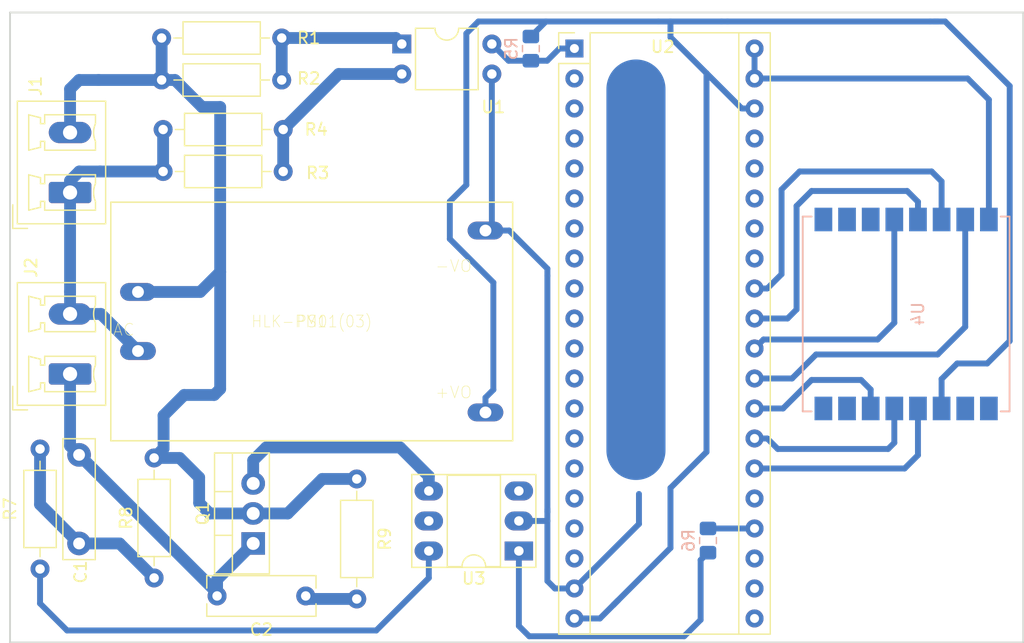
<source format=kicad_pcb>
(kicad_pcb (version 20171130) (host pcbnew "(5.0.2)-1")

  (general
    (thickness 1.6)
    (drawings 4)
    (tracks 166)
    (zones 0)
    (modules 19)
    (nets 58)
  )

  (page A4)
  (layers
    (0 F.Cu signal)
    (31 B.Cu signal)
    (32 B.Adhes user)
    (33 F.Adhes user)
    (34 B.Paste user)
    (35 F.Paste user)
    (36 B.SilkS user)
    (37 F.SilkS user)
    (38 B.Mask user)
    (39 F.Mask user)
    (40 Dwgs.User user)
    (41 Cmts.User user)
    (42 Eco1.User user)
    (43 Eco2.User user)
    (44 Edge.Cuts user)
    (45 Margin user)
    (46 B.CrtYd user)
    (47 F.CrtYd user)
    (48 B.Fab user)
    (49 F.Fab user)
  )

  (setup
    (last_trace_width 0.25)
    (trace_clearance 0.2)
    (zone_clearance 0.508)
    (zone_45_only no)
    (trace_min 0.2)
    (segment_width 0.2)
    (edge_width 0.15)
    (via_size 0.8)
    (via_drill 0.4)
    (via_min_size 0.4)
    (via_min_drill 0.3)
    (uvia_size 0.3)
    (uvia_drill 0.1)
    (uvias_allowed no)
    (uvia_min_size 0.2)
    (uvia_min_drill 0.1)
    (pcb_text_width 0.3)
    (pcb_text_size 1.5 1.5)
    (mod_edge_width 0.15)
    (mod_text_size 1 1)
    (mod_text_width 0.15)
    (pad_size 1.524 1.524)
    (pad_drill 0.762)
    (pad_to_mask_clearance 0.051)
    (solder_mask_min_width 0.25)
    (aux_axis_origin 0 0)
    (visible_elements 7FFFFFFF)
    (pcbplotparams
      (layerselection 0x010f0_ffffffff)
      (usegerberextensions false)
      (usegerberattributes false)
      (usegerberadvancedattributes false)
      (creategerberjobfile false)
      (excludeedgelayer true)
      (linewidth 0.100000)
      (plotframeref false)
      (viasonmask false)
      (mode 1)
      (useauxorigin false)
      (hpglpennumber 1)
      (hpglpenspeed 20)
      (hpglpendiameter 15.000000)
      (psnegative false)
      (psa4output false)
      (plotreference true)
      (plotvalue true)
      (plotinvisibletext false)
      (padsonsilk false)
      (subtractmaskfromsilk false)
      (outputformat 1)
      (mirror false)
      (drillshape 0)
      (scaleselection 1)
      (outputdirectory "./"))
  )

  (net 0 "")
  (net 1 "Net-(C1-Pad1)")
  (net 2 "Net-(C1-Pad2)")
  (net 3 "Net-(C2-Pad1)")
  (net 4 /L)
  (net 5 /N)
  (net 6 "Net-(Q1-Pad3)")
  (net 7 "Net-(R1-Pad1)")
  (net 8 "Net-(R3-Pad2)")
  (net 9 "Net-(R5-Pad2)")
  (net 10 "Net-(R6-Pad2)")
  (net 11 "Net-(R7-Pad1)")
  (net 12 GND)
  (net 13 "Net-(U2-Pad2)")
  (net 14 "Net-(U2-Pad3)")
  (net 15 "Net-(U2-Pad4)")
  (net 16 "Net-(U2-Pad5)")
  (net 17 "Net-(U2-Pad6)")
  (net 18 "Net-(U2-Pad7)")
  (net 19 "Net-(U2-Pad8)")
  (net 20 "Net-(U2-Pad9)")
  (net 21 "Net-(U2-Pad10)")
  (net 22 "Net-(U2-Pad11)")
  (net 23 "Net-(U2-Pad12)")
  (net 24 "Net-(U2-Pad13)")
  (net 25 "Net-(U2-Pad14)")
  (net 26 "Net-(U2-Pad15)")
  (net 27 "Net-(U2-Pad16)")
  (net 28 "Net-(U2-Pad17)")
  (net 29 "Net-(U2-Pad18)")
  (net 30 "Net-(U2-Pad21)")
  (net 31 "Net-(U2-Pad22)")
  (net 32 "Net-(U2-Pad23)")
  (net 33 "Net-(U2-Pad25)")
  (net 34 /Reset)
  (net 35 /nIRQ)
  (net 36 /DIO1)
  (net 37 /NSS)
  (net 38 /SCK)
  (net 39 /MISO)
  (net 40 /MOSI)
  (net 41 "Net-(U2-Pad33)")
  (net 42 "Net-(U2-Pad34)")
  (net 43 "Net-(U2-Pad36)")
  (net 44 "Net-(U2-Pad37)")
  (net 45 "Net-(U3-Pad5)")
  (net 46 "Net-(U3-Pad3)")
  (net 47 "Net-(U4-Pad11)")
  (net 48 "Net-(U4-Pad10)")
  (net 49 "Net-(U4-Pad8)")
  (net 50 "Net-(U4-Pad7)")
  (net 51 VCC)
  (net 52 "Net-(U2-Pad39)")
  (net 53 "Net-(R6-Pad1)")
  (net 54 "Net-(U2-Pad35)")
  (net 55 "Net-(U4-Pad9)")
  (net 56 "Net-(U4-Pad2)")
  (net 57 "Net-(U4-Pad1)")

  (net_class Default "Это класс цепей по умолчанию."
    (clearance 0.2)
    (trace_width 0.25)
    (via_dia 0.8)
    (via_drill 0.4)
    (uvia_dia 0.3)
    (uvia_drill 0.1)
    (add_net /DIO1)
    (add_net /L)
    (add_net /MISO)
    (add_net /MOSI)
    (add_net /N)
    (add_net /NSS)
    (add_net /Reset)
    (add_net /SCK)
    (add_net /nIRQ)
    (add_net GND)
    (add_net "Net-(C1-Pad1)")
    (add_net "Net-(C1-Pad2)")
    (add_net "Net-(C2-Pad1)")
    (add_net "Net-(Q1-Pad3)")
    (add_net "Net-(R1-Pad1)")
    (add_net "Net-(R3-Pad2)")
    (add_net "Net-(R5-Pad2)")
    (add_net "Net-(R6-Pad1)")
    (add_net "Net-(R6-Pad2)")
    (add_net "Net-(R7-Pad1)")
    (add_net "Net-(U2-Pad10)")
    (add_net "Net-(U2-Pad11)")
    (add_net "Net-(U2-Pad12)")
    (add_net "Net-(U2-Pad13)")
    (add_net "Net-(U2-Pad14)")
    (add_net "Net-(U2-Pad15)")
    (add_net "Net-(U2-Pad16)")
    (add_net "Net-(U2-Pad17)")
    (add_net "Net-(U2-Pad18)")
    (add_net "Net-(U2-Pad2)")
    (add_net "Net-(U2-Pad21)")
    (add_net "Net-(U2-Pad22)")
    (add_net "Net-(U2-Pad23)")
    (add_net "Net-(U2-Pad25)")
    (add_net "Net-(U2-Pad3)")
    (add_net "Net-(U2-Pad33)")
    (add_net "Net-(U2-Pad34)")
    (add_net "Net-(U2-Pad35)")
    (add_net "Net-(U2-Pad36)")
    (add_net "Net-(U2-Pad37)")
    (add_net "Net-(U2-Pad39)")
    (add_net "Net-(U2-Pad4)")
    (add_net "Net-(U2-Pad5)")
    (add_net "Net-(U2-Pad6)")
    (add_net "Net-(U2-Pad7)")
    (add_net "Net-(U2-Pad8)")
    (add_net "Net-(U2-Pad9)")
    (add_net "Net-(U3-Pad3)")
    (add_net "Net-(U3-Pad5)")
    (add_net "Net-(U4-Pad1)")
    (add_net "Net-(U4-Pad10)")
    (add_net "Net-(U4-Pad11)")
    (add_net "Net-(U4-Pad2)")
    (add_net "Net-(U4-Pad7)")
    (add_net "Net-(U4-Pad8)")
    (add_net "Net-(U4-Pad9)")
    (add_net VCC)
  )

  (module Module:Maple_Mini (layer F.Cu) (tedit 5A156297) (tstamp 5C968015)
    (at 107.442 52.578)
    (descr "Maple Mini, http://docs.leaflabs.com/static.leaflabs.com/pub/leaflabs/maple-docs/0.0.12/hardware/maple-mini.html")
    (tags "Maple Mini")
    (path /5C5569F8)
    (fp_text reference U2 (at 7.471999 -0.148001) (layer F.SilkS)
      (effects (font (size 1 1) (thickness 0.15)))
    )
    (fp_text value stm32f103c8t6-module-china (at 7.62 26.035) (layer F.Fab)
      (effects (font (size 1 1) (thickness 0.15)))
    )
    (fp_line (start 3.81 6.604) (end 11.43 6.604) (layer F.Fab) (width 0.1))
    (fp_text user %R (at 7.62 24.13) (layer F.Fab)
      (effects (font (size 1 1) (thickness 0.15)))
    )
    (fp_line (start 13.97 -1.27) (end 13.97 49.53) (layer F.Fab) (width 0.1))
    (fp_line (start -1.27 -0.635) (end -0.635 -1.27) (layer F.Fab) (width 0.1))
    (fp_line (start 1.27 -1.27) (end 1.27 49.53) (layer F.Fab) (width 0.1))
    (fp_line (start -1.33 -1.33) (end -1.33 0) (layer F.SilkS) (width 0.12))
    (fp_line (start 0 -1.33) (end -1.33 -1.33) (layer F.SilkS) (width 0.12))
    (fp_line (start 16.76 49.78) (end -1.52 49.78) (layer F.CrtYd) (width 0.05))
    (fp_line (start 16.76 -2.79) (end 16.76 49.78) (layer F.CrtYd) (width 0.05))
    (fp_line (start -1.52 -2.79) (end 16.76 -2.79) (layer F.CrtYd) (width 0.05))
    (fp_line (start -1.52 49.78) (end -1.52 -2.79) (layer F.CrtYd) (width 0.05))
    (fp_line (start -1.33 1.27) (end 1.33 1.27) (layer F.SilkS) (width 0.12))
    (fp_line (start 13.91 49.59) (end 13.91 -1.33) (layer F.SilkS) (width 0.12))
    (fp_line (start 1.33 -1.33) (end 1.33 49.59) (layer F.SilkS) (width 0.12))
    (fp_line (start -1.33 49.59) (end -1.33 1.27) (layer F.SilkS) (width 0.12))
    (fp_line (start 16.57 -1.33) (end 16.57 49.59) (layer F.SilkS) (width 0.12))
    (fp_line (start -1.27 49.53) (end -1.27 -0.635) (layer F.Fab) (width 0.1))
    (fp_line (start 16.51 49.53) (end -1.27 49.53) (layer F.Fab) (width 0.1))
    (fp_line (start 16.51 -1.27) (end 16.51 49.53) (layer F.Fab) (width 0.1))
    (fp_line (start -0.635 -1.27) (end 16.51 -1.27) (layer F.Fab) (width 0.1))
    (fp_line (start 11.43 -2.54) (end 11.43 6.604) (layer F.Fab) (width 0.1))
    (fp_line (start 3.81 -2.54) (end 11.43 -2.54) (layer F.Fab) (width 0.1))
    (fp_line (start 3.81 6.604) (end 3.81 -2.54) (layer F.Fab) (width 0.1))
    (fp_line (start 16.57 49.59) (end -1.33 49.59) (layer F.SilkS) (width 0.12))
    (fp_line (start 1.33 -1.33) (end 16.57 -1.33) (layer F.SilkS) (width 0.12))
    (pad 40 thru_hole circle (at 15.24 0) (size 1.524 1.524) (drill 0.762) (layers *.Cu *.Mask)
      (net 52 "Net-(U2-Pad39)"))
    (pad 39 thru_hole circle (at 15.24 2.54) (size 1.524 1.524) (drill 0.762) (layers *.Cu *.Mask)
      (net 52 "Net-(U2-Pad39)"))
    (pad 38 thru_hole circle (at 15.24 5.08) (size 1.524 1.524) (drill 0.762) (layers *.Cu *.Mask)
      (net 51 VCC))
    (pad 37 thru_hole circle (at 15.24 7.62) (size 1.524 1.524) (drill 0.762) (layers *.Cu *.Mask)
      (net 44 "Net-(U2-Pad37)"))
    (pad 36 thru_hole circle (at 15.24 10.16) (size 1.524 1.524) (drill 0.762) (layers *.Cu *.Mask)
      (net 43 "Net-(U2-Pad36)"))
    (pad 35 thru_hole circle (at 15.24 12.7) (size 1.524 1.524) (drill 0.762) (layers *.Cu *.Mask)
      (net 54 "Net-(U2-Pad35)"))
    (pad 34 thru_hole circle (at 15.24 15.24) (size 1.524 1.524) (drill 0.762) (layers *.Cu *.Mask)
      (net 42 "Net-(U2-Pad34)"))
    (pad 33 thru_hole circle (at 15.24 17.78) (size 1.524 1.524) (drill 0.762) (layers *.Cu *.Mask)
      (net 41 "Net-(U2-Pad33)"))
    (pad 32 thru_hole circle (at 15.24 20.32) (size 1.524 1.524) (drill 0.762) (layers *.Cu *.Mask)
      (net 40 /MOSI))
    (pad 31 thru_hole circle (at 15.24 22.86) (size 1.524 1.524) (drill 0.762) (layers *.Cu *.Mask)
      (net 39 /MISO))
    (pad 30 thru_hole circle (at 15.24 25.4) (size 1.524 1.524) (drill 0.762) (layers *.Cu *.Mask)
      (net 38 /SCK))
    (pad 29 thru_hole circle (at 15.24 27.94) (size 1.524 1.524) (drill 0.762) (layers *.Cu *.Mask)
      (net 37 /NSS))
    (pad 28 thru_hole circle (at 15.24 30.48) (size 1.524 1.524) (drill 0.762) (layers *.Cu *.Mask)
      (net 36 /DIO1))
    (pad 27 thru_hole circle (at 15.24 33.02) (size 1.524 1.524) (drill 0.762) (layers *.Cu *.Mask)
      (net 35 /nIRQ))
    (pad 26 thru_hole circle (at 15.24 35.56) (size 1.524 1.524) (drill 0.762) (layers *.Cu *.Mask)
      (net 34 /Reset))
    (pad 25 thru_hole circle (at 15.24 38.1) (size 1.524 1.524) (drill 0.762) (layers *.Cu *.Mask)
      (net 33 "Net-(U2-Pad25)"))
    (pad 24 thru_hole circle (at 15.24 40.64) (size 1.524 1.524) (drill 0.762) (layers *.Cu *.Mask)
      (net 53 "Net-(R6-Pad1)"))
    (pad 23 thru_hole circle (at 15.24 43.18) (size 1.524 1.524) (drill 0.762) (layers *.Cu *.Mask)
      (net 32 "Net-(U2-Pad23)"))
    (pad 22 thru_hole circle (at 15.24 45.72) (size 1.524 1.524) (drill 0.762) (layers *.Cu *.Mask)
      (net 31 "Net-(U2-Pad22)"))
    (pad 21 thru_hole circle (at 15.24 48.26) (size 1.524 1.524) (drill 0.762) (layers *.Cu *.Mask)
      (net 30 "Net-(U2-Pad21)"))
    (pad 20 thru_hole circle (at 0 48.26) (size 1.524 1.524) (drill 0.762) (layers *.Cu *.Mask)
      (net 51 VCC))
    (pad 19 thru_hole circle (at 0 45.72) (size 1.524 1.524) (drill 0.762) (layers *.Cu *.Mask)
      (net 12 GND))
    (pad 18 thru_hole circle (at 0 43.18) (size 1.524 1.524) (drill 0.762) (layers *.Cu *.Mask)
      (net 29 "Net-(U2-Pad18)"))
    (pad 17 thru_hole circle (at 0 40.64) (size 1.524 1.524) (drill 0.762) (layers *.Cu *.Mask)
      (net 28 "Net-(U2-Pad17)"))
    (pad 16 thru_hole circle (at 0 38.1) (size 1.524 1.524) (drill 0.762) (layers *.Cu *.Mask)
      (net 27 "Net-(U2-Pad16)"))
    (pad 15 thru_hole circle (at 0 35.56) (size 1.524 1.524) (drill 0.762) (layers *.Cu *.Mask)
      (net 26 "Net-(U2-Pad15)"))
    (pad 14 thru_hole circle (at 0 33.02) (size 1.524 1.524) (drill 0.762) (layers *.Cu *.Mask)
      (net 25 "Net-(U2-Pad14)"))
    (pad 13 thru_hole circle (at 0 30.48) (size 1.524 1.524) (drill 0.762) (layers *.Cu *.Mask)
      (net 24 "Net-(U2-Pad13)"))
    (pad 12 thru_hole circle (at 0 27.94) (size 1.524 1.524) (drill 0.762) (layers *.Cu *.Mask)
      (net 23 "Net-(U2-Pad12)"))
    (pad 11 thru_hole circle (at 0 25.4) (size 1.524 1.524) (drill 0.762) (layers *.Cu *.Mask)
      (net 22 "Net-(U2-Pad11)"))
    (pad 10 thru_hole circle (at 0 22.86) (size 1.524 1.524) (drill 0.762) (layers *.Cu *.Mask)
      (net 21 "Net-(U2-Pad10)"))
    (pad 9 thru_hole circle (at 0 20.32) (size 1.524 1.524) (drill 0.762) (layers *.Cu *.Mask)
      (net 20 "Net-(U2-Pad9)"))
    (pad 8 thru_hole circle (at 0 17.78) (size 1.524 1.524) (drill 0.762) (layers *.Cu *.Mask)
      (net 19 "Net-(U2-Pad8)"))
    (pad 7 thru_hole circle (at 0 15.24) (size 1.524 1.524) (drill 0.762) (layers *.Cu *.Mask)
      (net 18 "Net-(U2-Pad7)"))
    (pad 6 thru_hole circle (at 0 12.7) (size 1.524 1.524) (drill 0.762) (layers *.Cu *.Mask)
      (net 17 "Net-(U2-Pad6)"))
    (pad 5 thru_hole circle (at 0 10.16) (size 1.524 1.524) (drill 0.762) (layers *.Cu *.Mask)
      (net 16 "Net-(U2-Pad5)"))
    (pad 4 thru_hole circle (at 0 7.62) (size 1.524 1.524) (drill 0.762) (layers *.Cu *.Mask)
      (net 15 "Net-(U2-Pad4)"))
    (pad 3 thru_hole circle (at 0 5.08) (size 1.524 1.524) (drill 0.762) (layers *.Cu *.Mask)
      (net 14 "Net-(U2-Pad3)"))
    (pad 2 thru_hole circle (at 0 2.54) (size 1.524 1.524) (drill 0.762) (layers *.Cu *.Mask)
      (net 13 "Net-(U2-Pad2)"))
    (pad 1 thru_hole rect (at 0 0) (size 1.524 1.524) (drill 0.762) (layers *.Cu *.Mask)
      (net 9 "Net-(R5-Pad2)"))
    (model ${KISYS3DMOD}/Module.3dshapes/Maple_Mini.wrl
      (at (xyz 0 0 0))
      (scale (xyz 1 1 1))
      (rotate (xyz 0 0 0))
    )
  )

  (module Package_DIP:DIP-6_W7.62mm_Socket_LongPads (layer F.Cu) (tedit 5A02E8C5) (tstamp 5C96802F)
    (at 102.743 95.123 180)
    (descr "6-lead though-hole mounted DIP package, row spacing 7.62 mm (300 mils), Socket, LongPads")
    (tags "THT DIP DIL PDIP 2.54mm 7.62mm 300mil Socket LongPads")
    (path /5C59BFB3)
    (fp_text reference U3 (at 3.81 -2.33 180) (layer F.SilkS)
      (effects (font (size 1 1) (thickness 0.15)))
    )
    (fp_text value MOC3021M (at 3.81 7.41 180) (layer F.Fab)
      (effects (font (size 1 1) (thickness 0.15)))
    )
    (fp_text user %R (at 3.81 2.54 180) (layer F.Fab)
      (effects (font (size 1 1) (thickness 0.15)))
    )
    (fp_line (start 9.15 -1.6) (end -1.55 -1.6) (layer F.CrtYd) (width 0.05))
    (fp_line (start 9.15 6.7) (end 9.15 -1.6) (layer F.CrtYd) (width 0.05))
    (fp_line (start -1.55 6.7) (end 9.15 6.7) (layer F.CrtYd) (width 0.05))
    (fp_line (start -1.55 -1.6) (end -1.55 6.7) (layer F.CrtYd) (width 0.05))
    (fp_line (start 9.06 -1.39) (end -1.44 -1.39) (layer F.SilkS) (width 0.12))
    (fp_line (start 9.06 6.47) (end 9.06 -1.39) (layer F.SilkS) (width 0.12))
    (fp_line (start -1.44 6.47) (end 9.06 6.47) (layer F.SilkS) (width 0.12))
    (fp_line (start -1.44 -1.39) (end -1.44 6.47) (layer F.SilkS) (width 0.12))
    (fp_line (start 6.06 -1.33) (end 4.81 -1.33) (layer F.SilkS) (width 0.12))
    (fp_line (start 6.06 6.41) (end 6.06 -1.33) (layer F.SilkS) (width 0.12))
    (fp_line (start 1.56 6.41) (end 6.06 6.41) (layer F.SilkS) (width 0.12))
    (fp_line (start 1.56 -1.33) (end 1.56 6.41) (layer F.SilkS) (width 0.12))
    (fp_line (start 2.81 -1.33) (end 1.56 -1.33) (layer F.SilkS) (width 0.12))
    (fp_line (start 8.89 -1.33) (end -1.27 -1.33) (layer F.Fab) (width 0.1))
    (fp_line (start 8.89 6.41) (end 8.89 -1.33) (layer F.Fab) (width 0.1))
    (fp_line (start -1.27 6.41) (end 8.89 6.41) (layer F.Fab) (width 0.1))
    (fp_line (start -1.27 -1.33) (end -1.27 6.41) (layer F.Fab) (width 0.1))
    (fp_line (start 0.635 -0.27) (end 1.635 -1.27) (layer F.Fab) (width 0.1))
    (fp_line (start 0.635 6.35) (end 0.635 -0.27) (layer F.Fab) (width 0.1))
    (fp_line (start 6.985 6.35) (end 0.635 6.35) (layer F.Fab) (width 0.1))
    (fp_line (start 6.985 -1.27) (end 6.985 6.35) (layer F.Fab) (width 0.1))
    (fp_line (start 1.635 -1.27) (end 6.985 -1.27) (layer F.Fab) (width 0.1))
    (fp_arc (start 3.81 -1.33) (end 2.81 -1.33) (angle -180) (layer F.SilkS) (width 0.12))
    (pad 6 thru_hole oval (at 7.62 0 180) (size 2.4 1.6) (drill 0.8) (layers *.Cu *.Mask)
      (net 11 "Net-(R7-Pad1)"))
    (pad 3 thru_hole oval (at 0 5.08 180) (size 2.4 1.6) (drill 0.8) (layers *.Cu *.Mask)
      (net 46 "Net-(U3-Pad3)"))
    (pad 5 thru_hole oval (at 7.62 2.54 180) (size 2.4 1.6) (drill 0.8) (layers *.Cu *.Mask)
      (net 45 "Net-(U3-Pad5)"))
    (pad 2 thru_hole oval (at 0 2.54 180) (size 2.4 1.6) (drill 0.8) (layers *.Cu *.Mask)
      (net 12 GND))
    (pad 4 thru_hole oval (at 7.62 5.08 180) (size 2.4 1.6) (drill 0.8) (layers *.Cu *.Mask)
      (net 6 "Net-(Q1-Pad3)"))
    (pad 1 thru_hole rect (at 0 0 180) (size 2.4 1.6) (drill 0.8) (layers *.Cu *.Mask)
      (net 10 "Net-(R6-Pad2)"))
    (model ${KISYS3DMOD}/Package_DIP.3dshapes/DIP-6_W7.62mm_Socket.wrl
      (at (xyz 0 0 0))
      (scale (xyz 1 1 1))
      (rotate (xyz 0 0 0))
    )
  )

  (module RF_Module:Ai-Thinker-Ra-01-LoRa (layer B.Cu) (tedit 5A57D4D7) (tstamp 5C968052)
    (at 135.509 75.057 90)
    (descr "Ai Thinker Ra-01 LoRa")
    (tags "LoRa Ra-01")
    (path /5C5AE3F2)
    (attr smd)
    (fp_text reference U4 (at 0 1 90) (layer B.SilkS)
      (effects (font (size 1 1) (thickness 0.15)) (justify mirror))
    )
    (fp_text value RA-02 (at 0 -9.75 90) (layer B.Fab)
      (effects (font (size 1 1) (thickness 0.15)) (justify mirror))
    )
    (fp_line (start -9.25 9) (end 9.25 9) (layer B.CrtYd) (width 0.05))
    (fp_line (start 9.25 9) (end 9.25 -9) (layer B.CrtYd) (width 0.05))
    (fp_line (start 9.25 -9) (end -9.25 -9) (layer B.CrtYd) (width 0.05))
    (fp_line (start -9.25 -9) (end -9.25 9) (layer B.CrtYd) (width 0.05))
    (fp_text user %R (at 0 -1 90) (layer B.Fab)
      (effects (font (size 1 1) (thickness 0.15)) (justify mirror))
    )
    (fp_line (start -8.25 -8) (end -8.25 -8.75) (layer B.SilkS) (width 0.15))
    (fp_line (start -8.25 -8.75) (end 8.25 -8.75) (layer B.SilkS) (width 0.15))
    (fp_line (start 8.25 -8.75) (end 8.25 -8) (layer B.SilkS) (width 0.15))
    (fp_line (start -8.25 8) (end -8.25 8.75) (layer B.SilkS) (width 0.15))
    (fp_line (start -8.25 8.75) (end 8.25 8.75) (layer B.SilkS) (width 0.15))
    (fp_line (start 8.25 8.75) (end 8.25 8) (layer B.SilkS) (width 0.15))
    (fp_line (start -8 8.5) (end 8 8.5) (layer B.Fab) (width 0.15))
    (fp_line (start 8 8.5) (end 8 -8.5) (layer B.Fab) (width 0.15))
    (fp_line (start 8 -8.5) (end -8 -8.5) (layer B.Fab) (width 0.15))
    (fp_line (start -8 -8.5) (end -8 8.5) (layer B.Fab) (width 0.15))
    (pad 1 smd rect (at -8 7 90) (size 2 1.5) (layers B.Cu B.Paste B.Mask)
      (net 57 "Net-(U4-Pad1)"))
    (pad 2 smd rect (at -8 5 90) (size 2 1.5) (layers B.Cu B.Paste B.Mask)
      (net 56 "Net-(U4-Pad2)"))
    (pad 3 smd rect (at -8 3 90) (size 2 1.5) (layers B.Cu B.Paste B.Mask)
      (net 51 VCC))
    (pad 4 smd rect (at -8 1 90) (size 2 1.5) (layers B.Cu B.Paste B.Mask)
      (net 34 /Reset))
    (pad 5 smd rect (at -8 -1 90) (size 2 1.5) (layers B.Cu B.Paste B.Mask)
      (net 35 /nIRQ))
    (pad 6 smd rect (at -8 -3 90) (size 2 1.5) (layers B.Cu B.Paste B.Mask)
      (net 36 /DIO1))
    (pad 7 smd rect (at -8 -5 90) (size 2 1.5) (layers B.Cu B.Paste B.Mask)
      (net 50 "Net-(U4-Pad7)"))
    (pad 8 smd rect (at -8 -7 90) (size 2 1.5) (layers B.Cu B.Paste B.Mask)
      (net 49 "Net-(U4-Pad8)"))
    (pad 9 smd rect (at 8 -7 90) (size 2 1.5) (layers B.Cu B.Paste B.Mask)
      (net 55 "Net-(U4-Pad9)"))
    (pad 10 smd rect (at 8 -5 90) (size 2 1.5) (layers B.Cu B.Paste B.Mask)
      (net 48 "Net-(U4-Pad10)"))
    (pad 11 smd rect (at 8 -3 90) (size 2 1.5) (layers B.Cu B.Paste B.Mask)
      (net 47 "Net-(U4-Pad11)"))
    (pad 12 smd rect (at 8 -1 90) (size 2 1.5) (layers B.Cu B.Paste B.Mask)
      (net 38 /SCK))
    (pad 13 smd rect (at 8 1 90) (size 2 1.5) (layers B.Cu B.Paste B.Mask)
      (net 39 /MISO))
    (pad 14 smd rect (at 8 3 90) (size 2 1.5) (layers B.Cu B.Paste B.Mask)
      (net 40 /MOSI))
    (pad 15 smd rect (at 8 5 90) (size 2 1.5) (layers B.Cu B.Paste B.Mask)
      (net 37 /NSS))
    (pad 16 smd rect (at 8 7 90) (size 2 1.5) (layers B.Cu B.Paste B.Mask)
      (net 52 "Net-(U2-Pad39)"))
    (model ${KISYS3DMOD}/RF_Module.3dshapes/Ai-Thinker-Ra-01-LoRa.wrl
      (at (xyz 0 0 0))
      (scale (xyz 1 1 1))
      (rotate (xyz 0 0 0))
    )
  )

  (module Capacitor_THT:C_Rect_L10.0mm_W2.5mm_P7.50mm_MKS4 (layer F.Cu) (tedit 5AE50EF0) (tstamp 5C967E51)
    (at 65.532 94.488 90)
    (descr "C, Rect series, Radial, pin pitch=7.50mm, , length*width=10*2.5mm^2, Capacitor, http://www.wima.com/EN/WIMA_MKS_4.pdf")
    (tags "C Rect series Radial pin pitch 7.50mm  length 10mm width 2.5mm Capacitor")
    (path /5C5B07FB)
    (fp_text reference C1 (at -2.413 0.127 90) (layer F.SilkS)
      (effects (font (size 1 1) (thickness 0.15)))
    )
    (fp_text value "0.05uF - 300V" (at 3.75 2.5 90) (layer F.Fab)
      (effects (font (size 1 1) (thickness 0.15)))
    )
    (fp_text user %R (at 3.75 0 90) (layer F.Fab)
      (effects (font (size 1 1) (thickness 0.15)))
    )
    (fp_line (start 9 -1.5) (end -1.5 -1.5) (layer F.CrtYd) (width 0.05))
    (fp_line (start 9 1.5) (end 9 -1.5) (layer F.CrtYd) (width 0.05))
    (fp_line (start -1.5 1.5) (end 9 1.5) (layer F.CrtYd) (width 0.05))
    (fp_line (start -1.5 -1.5) (end -1.5 1.5) (layer F.CrtYd) (width 0.05))
    (fp_line (start 8.87 -1.37) (end 8.87 1.37) (layer F.SilkS) (width 0.12))
    (fp_line (start -1.37 -1.37) (end -1.37 1.37) (layer F.SilkS) (width 0.12))
    (fp_line (start -1.37 1.37) (end 8.87 1.37) (layer F.SilkS) (width 0.12))
    (fp_line (start -1.37 -1.37) (end 8.87 -1.37) (layer F.SilkS) (width 0.12))
    (fp_line (start 8.75 -1.25) (end -1.25 -1.25) (layer F.Fab) (width 0.1))
    (fp_line (start 8.75 1.25) (end 8.75 -1.25) (layer F.Fab) (width 0.1))
    (fp_line (start -1.25 1.25) (end 8.75 1.25) (layer F.Fab) (width 0.1))
    (fp_line (start -1.25 -1.25) (end -1.25 1.25) (layer F.Fab) (width 0.1))
    (pad 2 thru_hole circle (at 7.5 0 90) (size 2 2) (drill 1) (layers *.Cu *.Mask)
      (net 2 "Net-(C1-Pad2)"))
    (pad 1 thru_hole circle (at 0 0 90) (size 2 2) (drill 1) (layers *.Cu *.Mask)
      (net 1 "Net-(C1-Pad1)"))
    (model ${KISYS3DMOD}/Capacitor_THT.3dshapes/C_Rect_L10.0mm_W2.5mm_P7.50mm_MKS4.wrl
      (at (xyz 0 0 0))
      (scale (xyz 1 1 1))
      (rotate (xyz 0 0 0))
    )
  )

  (module Connector_Phoenix_MC_HighVoltage:PhoenixContact_MCV_1,5_2-G-5.08_1x02_P5.08mm_Vertical (layer F.Cu) (tedit 5B784ED3) (tstamp 5C967E99)
    (at 64.77 64.77 90)
    (descr "Generic Phoenix Contact connector footprint for: MCV_1,5/2-G-5.08; number of pins: 02; pin pitch: 5.08mm; Vertical || order number: 1836299 8A 320V")
    (tags "phoenix_contact connector MCV_01x02_G_5.08mm")
    (path /5C92A382)
    (fp_text reference J1 (at 9.017 -2.921 90) (layer F.SilkS)
      (effects (font (size 1 1) (thickness 0.15)))
    )
    (fp_text value Screw_Terminal_01x02 (at 2.54 4.1 90) (layer F.Fab)
      (effects (font (size 1 1) (thickness 0.15)))
    )
    (fp_text user %R (at 2.54 -3.65 90) (layer F.Fab)
      (effects (font (size 1 1) (thickness 0.15)))
    )
    (fp_line (start -3.04 -4.85) (end -1.04 -4.85) (layer F.Fab) (width 0.1))
    (fp_line (start -3.04 -3.6) (end -3.04 -4.85) (layer F.Fab) (width 0.1))
    (fp_line (start -3.04 -4.85) (end -1.04 -4.85) (layer F.SilkS) (width 0.12))
    (fp_line (start -3.04 -3.6) (end -3.04 -4.85) (layer F.SilkS) (width 0.12))
    (fp_line (start 8.12 -4.85) (end -3.04 -4.85) (layer F.CrtYd) (width 0.05))
    (fp_line (start 8.12 3.4) (end 8.12 -4.85) (layer F.CrtYd) (width 0.05))
    (fp_line (start -3.04 3.4) (end 8.12 3.4) (layer F.CrtYd) (width 0.05))
    (fp_line (start -3.04 -4.85) (end -3.04 3.4) (layer F.CrtYd) (width 0.05))
    (fp_line (start 6.58 2.15) (end 5.83 2.15) (layer F.SilkS) (width 0.12))
    (fp_line (start 6.58 -2.15) (end 6.58 2.15) (layer F.SilkS) (width 0.12))
    (fp_line (start 5.83 -2.15) (end 6.58 -2.15) (layer F.SilkS) (width 0.12))
    (fp_line (start 5.83 -2.5) (end 5.83 -2.15) (layer F.SilkS) (width 0.12))
    (fp_line (start 6.33 -2.5) (end 5.83 -2.5) (layer F.SilkS) (width 0.12))
    (fp_line (start 6.58 -3.5) (end 6.33 -2.5) (layer F.SilkS) (width 0.12))
    (fp_line (start 3.58 -3.5) (end 6.58 -3.5) (layer F.SilkS) (width 0.12))
    (fp_line (start 3.83 -2.5) (end 3.58 -3.5) (layer F.SilkS) (width 0.12))
    (fp_line (start 4.33 -2.5) (end 3.83 -2.5) (layer F.SilkS) (width 0.12))
    (fp_line (start 4.33 -2.15) (end 4.33 -2.5) (layer F.SilkS) (width 0.12))
    (fp_line (start 3.58 -2.15) (end 4.33 -2.15) (layer F.SilkS) (width 0.12))
    (fp_line (start 3.58 2.15) (end 3.58 -2.15) (layer F.SilkS) (width 0.12))
    (fp_line (start 4.33 2.15) (end 3.58 2.15) (layer F.SilkS) (width 0.12))
    (fp_line (start 1.5 2.15) (end 0.75 2.15) (layer F.SilkS) (width 0.12))
    (fp_line (start 1.5 -2.15) (end 1.5 2.15) (layer F.SilkS) (width 0.12))
    (fp_line (start 0.75 -2.15) (end 1.5 -2.15) (layer F.SilkS) (width 0.12))
    (fp_line (start 0.75 -2.5) (end 0.75 -2.15) (layer F.SilkS) (width 0.12))
    (fp_line (start 1.25 -2.5) (end 0.75 -2.5) (layer F.SilkS) (width 0.12))
    (fp_line (start 1.5 -3.5) (end 1.25 -2.5) (layer F.SilkS) (width 0.12))
    (fp_line (start -1.5 -3.5) (end 1.5 -3.5) (layer F.SilkS) (width 0.12))
    (fp_line (start -1.25 -2.5) (end -1.5 -3.5) (layer F.SilkS) (width 0.12))
    (fp_line (start -0.75 -2.5) (end -1.25 -2.5) (layer F.SilkS) (width 0.12))
    (fp_line (start -0.75 -2.15) (end -0.75 -2.5) (layer F.SilkS) (width 0.12))
    (fp_line (start -1.5 -2.15) (end -0.75 -2.15) (layer F.SilkS) (width 0.12))
    (fp_line (start -1.5 2.15) (end -1.5 -2.15) (layer F.SilkS) (width 0.12))
    (fp_line (start -0.75 2.15) (end -1.5 2.15) (layer F.SilkS) (width 0.12))
    (fp_line (start 7.62 -4.35) (end -2.54 -4.35) (layer F.Fab) (width 0.1))
    (fp_line (start 7.62 2.9) (end 7.62 -4.35) (layer F.Fab) (width 0.1))
    (fp_line (start -2.54 2.9) (end 7.62 2.9) (layer F.Fab) (width 0.1))
    (fp_line (start -2.54 -4.35) (end -2.54 2.9) (layer F.Fab) (width 0.1))
    (fp_line (start 7.73 -4.46) (end -2.65 -4.46) (layer F.SilkS) (width 0.12))
    (fp_line (start 7.73 3.01) (end 7.73 -4.46) (layer F.SilkS) (width 0.12))
    (fp_line (start -2.65 3.01) (end 7.73 3.01) (layer F.SilkS) (width 0.12))
    (fp_line (start -2.65 -4.46) (end -2.65 3.01) (layer F.SilkS) (width 0.12))
    (fp_arc (start 5.08 3.85) (end 4.33 2.15) (angle 47.6) (layer F.SilkS) (width 0.12))
    (fp_arc (start 0 3.85) (end -0.75 2.15) (angle 47.6) (layer F.SilkS) (width 0.12))
    (pad 2 thru_hole oval (at 5.08 0 90) (size 1.8 3.6) (drill 1.2) (layers *.Cu *.Mask)
      (net 4 /L))
    (pad 1 thru_hole roundrect (at 0 0 90) (size 1.8 3.6) (drill 1.2) (layers *.Cu *.Mask) (roundrect_rratio 0.138889)
      (net 5 /N))
    (model ${KISYS3DMOD}/Connector_Phoenix_MC_HighVoltage.3dshapes/PhoenixContact_MCV_1,5_2-G-5.08_1x02_P5.08mm_Vertical.wrl
      (at (xyz 0 0 0))
      (scale (xyz 1 1 1))
      (rotate (xyz 0 0 0))
    )
  )

  (module Connector_Phoenix_MC_HighVoltage:PhoenixContact_MCV_1,5_2-G-5.08_1x02_P5.08mm_Vertical (layer F.Cu) (tedit 5B784ED3) (tstamp 5C967ECC)
    (at 64.77 80.137 90)
    (descr "Generic Phoenix Contact connector footprint for: MCV_1,5/2-G-5.08; number of pins: 02; pin pitch: 5.08mm; Vertical || order number: 1836299 8A 320V")
    (tags "phoenix_contact connector MCV_01x02_G_5.08mm")
    (path /5C92A326)
    (fp_text reference J2 (at 9.017 -3.302 90) (layer F.SilkS)
      (effects (font (size 1 1) (thickness 0.15)))
    )
    (fp_text value Screw_Terminal_01x02 (at 2.54 4.1 90) (layer F.Fab)
      (effects (font (size 1 1) (thickness 0.15)))
    )
    (fp_text user %R (at 2.54 -3.65 90) (layer F.Fab)
      (effects (font (size 1 1) (thickness 0.15)))
    )
    (fp_line (start -3.04 -4.85) (end -1.04 -4.85) (layer F.Fab) (width 0.1))
    (fp_line (start -3.04 -3.6) (end -3.04 -4.85) (layer F.Fab) (width 0.1))
    (fp_line (start -3.04 -4.85) (end -1.04 -4.85) (layer F.SilkS) (width 0.12))
    (fp_line (start -3.04 -3.6) (end -3.04 -4.85) (layer F.SilkS) (width 0.12))
    (fp_line (start 8.12 -4.85) (end -3.04 -4.85) (layer F.CrtYd) (width 0.05))
    (fp_line (start 8.12 3.4) (end 8.12 -4.85) (layer F.CrtYd) (width 0.05))
    (fp_line (start -3.04 3.4) (end 8.12 3.4) (layer F.CrtYd) (width 0.05))
    (fp_line (start -3.04 -4.85) (end -3.04 3.4) (layer F.CrtYd) (width 0.05))
    (fp_line (start 6.58 2.15) (end 5.83 2.15) (layer F.SilkS) (width 0.12))
    (fp_line (start 6.58 -2.15) (end 6.58 2.15) (layer F.SilkS) (width 0.12))
    (fp_line (start 5.83 -2.15) (end 6.58 -2.15) (layer F.SilkS) (width 0.12))
    (fp_line (start 5.83 -2.5) (end 5.83 -2.15) (layer F.SilkS) (width 0.12))
    (fp_line (start 6.33 -2.5) (end 5.83 -2.5) (layer F.SilkS) (width 0.12))
    (fp_line (start 6.58 -3.5) (end 6.33 -2.5) (layer F.SilkS) (width 0.12))
    (fp_line (start 3.58 -3.5) (end 6.58 -3.5) (layer F.SilkS) (width 0.12))
    (fp_line (start 3.83 -2.5) (end 3.58 -3.5) (layer F.SilkS) (width 0.12))
    (fp_line (start 4.33 -2.5) (end 3.83 -2.5) (layer F.SilkS) (width 0.12))
    (fp_line (start 4.33 -2.15) (end 4.33 -2.5) (layer F.SilkS) (width 0.12))
    (fp_line (start 3.58 -2.15) (end 4.33 -2.15) (layer F.SilkS) (width 0.12))
    (fp_line (start 3.58 2.15) (end 3.58 -2.15) (layer F.SilkS) (width 0.12))
    (fp_line (start 4.33 2.15) (end 3.58 2.15) (layer F.SilkS) (width 0.12))
    (fp_line (start 1.5 2.15) (end 0.75 2.15) (layer F.SilkS) (width 0.12))
    (fp_line (start 1.5 -2.15) (end 1.5 2.15) (layer F.SilkS) (width 0.12))
    (fp_line (start 0.75 -2.15) (end 1.5 -2.15) (layer F.SilkS) (width 0.12))
    (fp_line (start 0.75 -2.5) (end 0.75 -2.15) (layer F.SilkS) (width 0.12))
    (fp_line (start 1.25 -2.5) (end 0.75 -2.5) (layer F.SilkS) (width 0.12))
    (fp_line (start 1.5 -3.5) (end 1.25 -2.5) (layer F.SilkS) (width 0.12))
    (fp_line (start -1.5 -3.5) (end 1.5 -3.5) (layer F.SilkS) (width 0.12))
    (fp_line (start -1.25 -2.5) (end -1.5 -3.5) (layer F.SilkS) (width 0.12))
    (fp_line (start -0.75 -2.5) (end -1.25 -2.5) (layer F.SilkS) (width 0.12))
    (fp_line (start -0.75 -2.15) (end -0.75 -2.5) (layer F.SilkS) (width 0.12))
    (fp_line (start -1.5 -2.15) (end -0.75 -2.15) (layer F.SilkS) (width 0.12))
    (fp_line (start -1.5 2.15) (end -1.5 -2.15) (layer F.SilkS) (width 0.12))
    (fp_line (start -0.75 2.15) (end -1.5 2.15) (layer F.SilkS) (width 0.12))
    (fp_line (start 7.62 -4.35) (end -2.54 -4.35) (layer F.Fab) (width 0.1))
    (fp_line (start 7.62 2.9) (end 7.62 -4.35) (layer F.Fab) (width 0.1))
    (fp_line (start -2.54 2.9) (end 7.62 2.9) (layer F.Fab) (width 0.1))
    (fp_line (start -2.54 -4.35) (end -2.54 2.9) (layer F.Fab) (width 0.1))
    (fp_line (start 7.73 -4.46) (end -2.65 -4.46) (layer F.SilkS) (width 0.12))
    (fp_line (start 7.73 3.01) (end 7.73 -4.46) (layer F.SilkS) (width 0.12))
    (fp_line (start -2.65 3.01) (end 7.73 3.01) (layer F.SilkS) (width 0.12))
    (fp_line (start -2.65 -4.46) (end -2.65 3.01) (layer F.SilkS) (width 0.12))
    (fp_arc (start 5.08 3.85) (end 4.33 2.15) (angle 47.6) (layer F.SilkS) (width 0.12))
    (fp_arc (start 0 3.85) (end -0.75 2.15) (angle 47.6) (layer F.SilkS) (width 0.12))
    (pad 2 thru_hole oval (at 5.08 0 90) (size 1.8 3.6) (drill 1.2) (layers *.Cu *.Mask)
      (net 5 /N))
    (pad 1 thru_hole roundrect (at 0 0 90) (size 1.8 3.6) (drill 1.2) (layers *.Cu *.Mask) (roundrect_rratio 0.138889)
      (net 2 "Net-(C1-Pad2)"))
    (model ${KISYS3DMOD}/Connector_Phoenix_MC_HighVoltage.3dshapes/PhoenixContact_MCV_1,5_2-G-5.08_1x02_P5.08mm_Vertical.wrl
      (at (xyz 0 0 0))
      (scale (xyz 1 1 1))
      (rotate (xyz 0 0 0))
    )
  )

  (module Converter_ACDC:HLK-PM01 (layer F.Cu) (tedit 5C961F65) (tstamp 5C967EDB)
    (at 85.217 75.692)
    (path /5C59C6AB)
    (fp_text reference PS1 (at 0 0) (layer F.SilkS)
      (effects (font (size 1 0.9) (thickness 0.05)))
    )
    (fp_text value "HLK-PM01(03)" (at 0 0) (layer F.SilkS)
      (effects (font (size 1 0.9) (thickness 0.05)))
    )
    (fp_text user -VO (at 12 -4.7) (layer F.SilkS)
      (effects (font (size 1 1) (thickness 0.05)))
    )
    (fp_text user +VO (at 12 6) (layer F.SilkS)
      (effects (font (size 1 1) (thickness 0.05)))
    )
    (fp_text user AC (at -15.9 0.7) (layer F.SilkS)
      (effects (font (size 1 1) (thickness 0.05)))
    )
    (fp_line (start -17 10.1) (end 17 10.1) (layer F.SilkS) (width 0.127))
    (fp_line (start -17 -10.1) (end 17 -10.1) (layer F.SilkS) (width 0.127))
    (fp_line (start 17 10.1) (end 17 -10.1) (layer F.SilkS) (width 0.127))
    (fp_line (start -17 10.1) (end -17 -10.1) (layer F.SilkS) (width 0.127))
    (pad 4 thru_hole oval (at 14.7 7.7) (size 3.016 1.508) (drill 1) (layers *.Cu *.Mask)
      (net 51 VCC))
    (pad 3 thru_hole oval (at 14.7 -7.7) (size 3.016 1.508) (drill 1) (layers *.Cu *.Mask)
      (net 12 GND))
    (pad 2 thru_hole oval (at -14.7 2.5) (size 3.016 1.508) (drill 1) (layers *.Cu *.Mask)
      (net 5 /N))
    (pad 1 thru_hole oval (at -14.7 -2.5) (size 3.016 1.508) (drill 1) (layers *.Cu *.Mask)
      (net 4 /L))
  )

  (module Package_TO_SOT_THT:TO-220-3_Vertical (layer F.Cu) (tedit 5AC8BA0D) (tstamp 5C967EF5)
    (at 80.264 94.488 90)
    (descr "TO-220-3, Vertical, RM 2.54mm, see https://www.vishay.com/docs/66542/to-220-1.pdf")
    (tags "TO-220-3 Vertical RM 2.54mm")
    (path /5C59C0A7)
    (fp_text reference Q1 (at 2.54 -4.27 90) (layer F.SilkS)
      (effects (font (size 1 1) (thickness 0.15)))
    )
    (fp_text value BT138-600 (at 2.54 2.5 90) (layer F.Fab)
      (effects (font (size 1 1) (thickness 0.15)))
    )
    (fp_text user %R (at 2.54 -4.27 90) (layer F.Fab)
      (effects (font (size 1 1) (thickness 0.15)))
    )
    (fp_line (start 7.79 -3.4) (end -2.71 -3.4) (layer F.CrtYd) (width 0.05))
    (fp_line (start 7.79 1.51) (end 7.79 -3.4) (layer F.CrtYd) (width 0.05))
    (fp_line (start -2.71 1.51) (end 7.79 1.51) (layer F.CrtYd) (width 0.05))
    (fp_line (start -2.71 -3.4) (end -2.71 1.51) (layer F.CrtYd) (width 0.05))
    (fp_line (start 4.391 -3.27) (end 4.391 -1.76) (layer F.SilkS) (width 0.12))
    (fp_line (start 0.69 -3.27) (end 0.69 -1.76) (layer F.SilkS) (width 0.12))
    (fp_line (start -2.58 -1.76) (end 7.66 -1.76) (layer F.SilkS) (width 0.12))
    (fp_line (start 7.66 -3.27) (end 7.66 1.371) (layer F.SilkS) (width 0.12))
    (fp_line (start -2.58 -3.27) (end -2.58 1.371) (layer F.SilkS) (width 0.12))
    (fp_line (start -2.58 1.371) (end 7.66 1.371) (layer F.SilkS) (width 0.12))
    (fp_line (start -2.58 -3.27) (end 7.66 -3.27) (layer F.SilkS) (width 0.12))
    (fp_line (start 4.39 -3.15) (end 4.39 -1.88) (layer F.Fab) (width 0.1))
    (fp_line (start 0.69 -3.15) (end 0.69 -1.88) (layer F.Fab) (width 0.1))
    (fp_line (start -2.46 -1.88) (end 7.54 -1.88) (layer F.Fab) (width 0.1))
    (fp_line (start 7.54 -3.15) (end -2.46 -3.15) (layer F.Fab) (width 0.1))
    (fp_line (start 7.54 1.25) (end 7.54 -3.15) (layer F.Fab) (width 0.1))
    (fp_line (start -2.46 1.25) (end 7.54 1.25) (layer F.Fab) (width 0.1))
    (fp_line (start -2.46 -3.15) (end -2.46 1.25) (layer F.Fab) (width 0.1))
    (pad 3 thru_hole oval (at 5.08 0 90) (size 1.905 2) (drill 1.1) (layers *.Cu *.Mask)
      (net 6 "Net-(Q1-Pad3)"))
    (pad 2 thru_hole oval (at 2.54 0 90) (size 1.905 2) (drill 1.1) (layers *.Cu *.Mask)
      (net 4 /L))
    (pad 1 thru_hole rect (at 0 0 90) (size 1.905 2) (drill 1.1) (layers *.Cu *.Mask)
      (net 2 "Net-(C1-Pad2)"))
    (model ${KISYS3DMOD}/Package_TO_SOT_THT.3dshapes/TO-220-3_Vertical.wrl
      (at (xyz 0 0 0))
      (scale (xyz 1 1 1))
      (rotate (xyz 0 0 0))
    )
  )

  (module Resistor_THT:R_Axial_DIN0207_L6.3mm_D2.5mm_P10.16mm_Horizontal (layer F.Cu) (tedit 5AE5139B) (tstamp 5C967F0C)
    (at 82.677 51.689 180)
    (descr "Resistor, Axial_DIN0207 series, Axial, Horizontal, pin pitch=10.16mm, 0.25W = 1/4W, length*diameter=6.3*2.5mm^2, http://cdn-reichelt.de/documents/datenblatt/B400/1_4W%23YAG.pdf")
    (tags "Resistor Axial_DIN0207 series Axial Horizontal pin pitch 10.16mm 0.25W = 1/4W length 6.3mm diameter 2.5mm")
    (path /5C931572)
    (fp_text reference R1 (at -2.286 0 180) (layer F.SilkS)
      (effects (font (size 1 1) (thickness 0.15)))
    )
    (fp_text value 82K (at 5.08 2.37 180) (layer F.Fab)
      (effects (font (size 1 1) (thickness 0.15)))
    )
    (fp_text user %R (at 5.08 0 180) (layer F.Fab)
      (effects (font (size 1 1) (thickness 0.15)))
    )
    (fp_line (start 11.21 -1.5) (end -1.05 -1.5) (layer F.CrtYd) (width 0.05))
    (fp_line (start 11.21 1.5) (end 11.21 -1.5) (layer F.CrtYd) (width 0.05))
    (fp_line (start -1.05 1.5) (end 11.21 1.5) (layer F.CrtYd) (width 0.05))
    (fp_line (start -1.05 -1.5) (end -1.05 1.5) (layer F.CrtYd) (width 0.05))
    (fp_line (start 9.12 0) (end 8.35 0) (layer F.SilkS) (width 0.12))
    (fp_line (start 1.04 0) (end 1.81 0) (layer F.SilkS) (width 0.12))
    (fp_line (start 8.35 -1.37) (end 1.81 -1.37) (layer F.SilkS) (width 0.12))
    (fp_line (start 8.35 1.37) (end 8.35 -1.37) (layer F.SilkS) (width 0.12))
    (fp_line (start 1.81 1.37) (end 8.35 1.37) (layer F.SilkS) (width 0.12))
    (fp_line (start 1.81 -1.37) (end 1.81 1.37) (layer F.SilkS) (width 0.12))
    (fp_line (start 10.16 0) (end 8.23 0) (layer F.Fab) (width 0.1))
    (fp_line (start 0 0) (end 1.93 0) (layer F.Fab) (width 0.1))
    (fp_line (start 8.23 -1.25) (end 1.93 -1.25) (layer F.Fab) (width 0.1))
    (fp_line (start 8.23 1.25) (end 8.23 -1.25) (layer F.Fab) (width 0.1))
    (fp_line (start 1.93 1.25) (end 8.23 1.25) (layer F.Fab) (width 0.1))
    (fp_line (start 1.93 -1.25) (end 1.93 1.25) (layer F.Fab) (width 0.1))
    (pad 2 thru_hole oval (at 10.16 0 180) (size 1.6 1.6) (drill 0.8) (layers *.Cu *.Mask)
      (net 4 /L))
    (pad 1 thru_hole circle (at 0 0 180) (size 1.6 1.6) (drill 0.8) (layers *.Cu *.Mask)
      (net 7 "Net-(R1-Pad1)"))
    (model ${KISYS3DMOD}/Resistor_THT.3dshapes/R_Axial_DIN0207_L6.3mm_D2.5mm_P10.16mm_Horizontal.wrl
      (at (xyz 0 0 0))
      (scale (xyz 1 1 1))
      (rotate (xyz 0 0 0))
    )
  )

  (module Resistor_THT:R_Axial_DIN0207_L6.3mm_D2.5mm_P10.16mm_Horizontal (layer F.Cu) (tedit 5AE5139B) (tstamp 5C967F23)
    (at 82.677 55.245 180)
    (descr "Resistor, Axial_DIN0207 series, Axial, Horizontal, pin pitch=10.16mm, 0.25W = 1/4W, length*diameter=6.3*2.5mm^2, http://cdn-reichelt.de/documents/datenblatt/B400/1_4W%23YAG.pdf")
    (tags "Resistor Axial_DIN0207 series Axial Horizontal pin pitch 10.16mm 0.25W = 1/4W length 6.3mm diameter 2.5mm")
    (path /5C5B058A)
    (fp_text reference R2 (at -2.286 0.127 180) (layer F.SilkS)
      (effects (font (size 1 1) (thickness 0.15)))
    )
    (fp_text value 82K (at 5.08 2.37 180) (layer F.Fab)
      (effects (font (size 1 1) (thickness 0.15)))
    )
    (fp_text user %R (at 5.08 0 180) (layer F.Fab)
      (effects (font (size 1 1) (thickness 0.15)))
    )
    (fp_line (start 11.21 -1.5) (end -1.05 -1.5) (layer F.CrtYd) (width 0.05))
    (fp_line (start 11.21 1.5) (end 11.21 -1.5) (layer F.CrtYd) (width 0.05))
    (fp_line (start -1.05 1.5) (end 11.21 1.5) (layer F.CrtYd) (width 0.05))
    (fp_line (start -1.05 -1.5) (end -1.05 1.5) (layer F.CrtYd) (width 0.05))
    (fp_line (start 9.12 0) (end 8.35 0) (layer F.SilkS) (width 0.12))
    (fp_line (start 1.04 0) (end 1.81 0) (layer F.SilkS) (width 0.12))
    (fp_line (start 8.35 -1.37) (end 1.81 -1.37) (layer F.SilkS) (width 0.12))
    (fp_line (start 8.35 1.37) (end 8.35 -1.37) (layer F.SilkS) (width 0.12))
    (fp_line (start 1.81 1.37) (end 8.35 1.37) (layer F.SilkS) (width 0.12))
    (fp_line (start 1.81 -1.37) (end 1.81 1.37) (layer F.SilkS) (width 0.12))
    (fp_line (start 10.16 0) (end 8.23 0) (layer F.Fab) (width 0.1))
    (fp_line (start 0 0) (end 1.93 0) (layer F.Fab) (width 0.1))
    (fp_line (start 8.23 -1.25) (end 1.93 -1.25) (layer F.Fab) (width 0.1))
    (fp_line (start 8.23 1.25) (end 8.23 -1.25) (layer F.Fab) (width 0.1))
    (fp_line (start 1.93 1.25) (end 8.23 1.25) (layer F.Fab) (width 0.1))
    (fp_line (start 1.93 -1.25) (end 1.93 1.25) (layer F.Fab) (width 0.1))
    (pad 2 thru_hole oval (at 10.16 0 180) (size 1.6 1.6) (drill 0.8) (layers *.Cu *.Mask)
      (net 4 /L))
    (pad 1 thru_hole circle (at 0 0 180) (size 1.6 1.6) (drill 0.8) (layers *.Cu *.Mask)
      (net 7 "Net-(R1-Pad1)"))
    (model ${KISYS3DMOD}/Resistor_THT.3dshapes/R_Axial_DIN0207_L6.3mm_D2.5mm_P10.16mm_Horizontal.wrl
      (at (xyz 0 0 0))
      (scale (xyz 1 1 1))
      (rotate (xyz 0 0 0))
    )
  )

  (module Resistor_THT:R_Axial_DIN0207_L6.3mm_D2.5mm_P10.16mm_Horizontal (layer F.Cu) (tedit 5AE5139B) (tstamp 5C967F3A)
    (at 72.644 62.992)
    (descr "Resistor, Axial_DIN0207 series, Axial, Horizontal, pin pitch=10.16mm, 0.25W = 1/4W, length*diameter=6.3*2.5mm^2, http://cdn-reichelt.de/documents/datenblatt/B400/1_4W%23YAG.pdf")
    (tags "Resistor Axial_DIN0207 series Axial Horizontal pin pitch 10.16mm 0.25W = 1/4W length 6.3mm diameter 2.5mm")
    (path /5C5B04F2)
    (fp_text reference R3 (at 13.081 0.127) (layer F.SilkS)
      (effects (font (size 1 1) (thickness 0.15)))
    )
    (fp_text value 82K (at 5.08 2.37) (layer F.Fab)
      (effects (font (size 1 1) (thickness 0.15)))
    )
    (fp_text user %R (at 5.08 0) (layer F.Fab)
      (effects (font (size 1 1) (thickness 0.15)))
    )
    (fp_line (start 11.21 -1.5) (end -1.05 -1.5) (layer F.CrtYd) (width 0.05))
    (fp_line (start 11.21 1.5) (end 11.21 -1.5) (layer F.CrtYd) (width 0.05))
    (fp_line (start -1.05 1.5) (end 11.21 1.5) (layer F.CrtYd) (width 0.05))
    (fp_line (start -1.05 -1.5) (end -1.05 1.5) (layer F.CrtYd) (width 0.05))
    (fp_line (start 9.12 0) (end 8.35 0) (layer F.SilkS) (width 0.12))
    (fp_line (start 1.04 0) (end 1.81 0) (layer F.SilkS) (width 0.12))
    (fp_line (start 8.35 -1.37) (end 1.81 -1.37) (layer F.SilkS) (width 0.12))
    (fp_line (start 8.35 1.37) (end 8.35 -1.37) (layer F.SilkS) (width 0.12))
    (fp_line (start 1.81 1.37) (end 8.35 1.37) (layer F.SilkS) (width 0.12))
    (fp_line (start 1.81 -1.37) (end 1.81 1.37) (layer F.SilkS) (width 0.12))
    (fp_line (start 10.16 0) (end 8.23 0) (layer F.Fab) (width 0.1))
    (fp_line (start 0 0) (end 1.93 0) (layer F.Fab) (width 0.1))
    (fp_line (start 8.23 -1.25) (end 1.93 -1.25) (layer F.Fab) (width 0.1))
    (fp_line (start 8.23 1.25) (end 8.23 -1.25) (layer F.Fab) (width 0.1))
    (fp_line (start 1.93 1.25) (end 8.23 1.25) (layer F.Fab) (width 0.1))
    (fp_line (start 1.93 -1.25) (end 1.93 1.25) (layer F.Fab) (width 0.1))
    (pad 2 thru_hole oval (at 10.16 0) (size 1.6 1.6) (drill 0.8) (layers *.Cu *.Mask)
      (net 8 "Net-(R3-Pad2)"))
    (pad 1 thru_hole circle (at 0 0) (size 1.6 1.6) (drill 0.8) (layers *.Cu *.Mask)
      (net 5 /N))
    (model ${KISYS3DMOD}/Resistor_THT.3dshapes/R_Axial_DIN0207_L6.3mm_D2.5mm_P10.16mm_Horizontal.wrl
      (at (xyz 0 0 0))
      (scale (xyz 1 1 1))
      (rotate (xyz 0 0 0))
    )
  )

  (module Resistor_THT:R_Axial_DIN0207_L6.3mm_D2.5mm_P10.16mm_Horizontal (layer F.Cu) (tedit 5AE5139B) (tstamp 5C967F51)
    (at 82.804 59.436 180)
    (descr "Resistor, Axial_DIN0207 series, Axial, Horizontal, pin pitch=10.16mm, 0.25W = 1/4W, length*diameter=6.3*2.5mm^2, http://cdn-reichelt.de/documents/datenblatt/B400/1_4W%23YAG.pdf")
    (tags "Resistor Axial_DIN0207 series Axial Horizontal pin pitch 10.16mm 0.25W = 1/4W length 6.3mm diameter 2.5mm")
    (path /5C9315D2)
    (fp_text reference R4 (at -2.794 0 180) (layer F.SilkS)
      (effects (font (size 1 1) (thickness 0.15)))
    )
    (fp_text value 82K (at 5.08 2.37 180) (layer F.Fab)
      (effects (font (size 1 1) (thickness 0.15)))
    )
    (fp_text user %R (at 5.08 0 180) (layer F.Fab)
      (effects (font (size 1 1) (thickness 0.15)))
    )
    (fp_line (start 11.21 -1.5) (end -1.05 -1.5) (layer F.CrtYd) (width 0.05))
    (fp_line (start 11.21 1.5) (end 11.21 -1.5) (layer F.CrtYd) (width 0.05))
    (fp_line (start -1.05 1.5) (end 11.21 1.5) (layer F.CrtYd) (width 0.05))
    (fp_line (start -1.05 -1.5) (end -1.05 1.5) (layer F.CrtYd) (width 0.05))
    (fp_line (start 9.12 0) (end 8.35 0) (layer F.SilkS) (width 0.12))
    (fp_line (start 1.04 0) (end 1.81 0) (layer F.SilkS) (width 0.12))
    (fp_line (start 8.35 -1.37) (end 1.81 -1.37) (layer F.SilkS) (width 0.12))
    (fp_line (start 8.35 1.37) (end 8.35 -1.37) (layer F.SilkS) (width 0.12))
    (fp_line (start 1.81 1.37) (end 8.35 1.37) (layer F.SilkS) (width 0.12))
    (fp_line (start 1.81 -1.37) (end 1.81 1.37) (layer F.SilkS) (width 0.12))
    (fp_line (start 10.16 0) (end 8.23 0) (layer F.Fab) (width 0.1))
    (fp_line (start 0 0) (end 1.93 0) (layer F.Fab) (width 0.1))
    (fp_line (start 8.23 -1.25) (end 1.93 -1.25) (layer F.Fab) (width 0.1))
    (fp_line (start 8.23 1.25) (end 8.23 -1.25) (layer F.Fab) (width 0.1))
    (fp_line (start 1.93 1.25) (end 8.23 1.25) (layer F.Fab) (width 0.1))
    (fp_line (start 1.93 -1.25) (end 1.93 1.25) (layer F.Fab) (width 0.1))
    (pad 2 thru_hole oval (at 10.16 0 180) (size 1.6 1.6) (drill 0.8) (layers *.Cu *.Mask)
      (net 5 /N))
    (pad 1 thru_hole circle (at 0 0 180) (size 1.6 1.6) (drill 0.8) (layers *.Cu *.Mask)
      (net 8 "Net-(R3-Pad2)"))
    (model ${KISYS3DMOD}/Resistor_THT.3dshapes/R_Axial_DIN0207_L6.3mm_D2.5mm_P10.16mm_Horizontal.wrl
      (at (xyz 0 0 0))
      (scale (xyz 1 1 1))
      (rotate (xyz 0 0 0))
    )
  )

  (module Resistor_SMD:R_0805_2012Metric_Pad1.15x1.40mm_HandSolder (layer B.Cu) (tedit 5B36C52B) (tstamp 5C967F62)
    (at 103.759 52.587 270)
    (descr "Resistor SMD 0805 (2012 Metric), square (rectangular) end terminal, IPC_7351 nominal with elongated pad for handsoldering. (Body size source: https://docs.google.com/spreadsheets/d/1BsfQQcO9C6DZCsRaXUlFlo91Tg2WpOkGARC1WS5S8t0/edit?usp=sharing), generated with kicad-footprint-generator")
    (tags "resistor handsolder")
    (path /5C5AEB4D)
    (attr smd)
    (fp_text reference R5 (at 0 1.65 270) (layer B.SilkS)
      (effects (font (size 1 1) (thickness 0.15)) (justify mirror))
    )
    (fp_text value 5K (at 0 -1.65 270) (layer B.Fab)
      (effects (font (size 1 1) (thickness 0.15)) (justify mirror))
    )
    (fp_text user %R (at 0 0 270) (layer B.Fab)
      (effects (font (size 0.5 0.5) (thickness 0.08)) (justify mirror))
    )
    (fp_line (start 1.85 -0.95) (end -1.85 -0.95) (layer B.CrtYd) (width 0.05))
    (fp_line (start 1.85 0.95) (end 1.85 -0.95) (layer B.CrtYd) (width 0.05))
    (fp_line (start -1.85 0.95) (end 1.85 0.95) (layer B.CrtYd) (width 0.05))
    (fp_line (start -1.85 -0.95) (end -1.85 0.95) (layer B.CrtYd) (width 0.05))
    (fp_line (start -0.261252 -0.71) (end 0.261252 -0.71) (layer B.SilkS) (width 0.12))
    (fp_line (start -0.261252 0.71) (end 0.261252 0.71) (layer B.SilkS) (width 0.12))
    (fp_line (start 1 -0.6) (end -1 -0.6) (layer B.Fab) (width 0.1))
    (fp_line (start 1 0.6) (end 1 -0.6) (layer B.Fab) (width 0.1))
    (fp_line (start -1 0.6) (end 1 0.6) (layer B.Fab) (width 0.1))
    (fp_line (start -1 -0.6) (end -1 0.6) (layer B.Fab) (width 0.1))
    (pad 2 smd roundrect (at 1.025 0 270) (size 1.15 1.4) (layers B.Cu B.Paste B.Mask) (roundrect_rratio 0.217391)
      (net 9 "Net-(R5-Pad2)"))
    (pad 1 smd roundrect (at -1.025 0 270) (size 1.15 1.4) (layers B.Cu B.Paste B.Mask) (roundrect_rratio 0.217391)
      (net 51 VCC))
    (model ${KISYS3DMOD}/Resistor_SMD.3dshapes/R_0805_2012Metric.wrl
      (at (xyz 0 0 0))
      (scale (xyz 1 1 1))
      (rotate (xyz 0 0 0))
    )
  )

  (module Resistor_SMD:R_0805_2012Metric_Pad1.15x1.40mm_HandSolder (layer B.Cu) (tedit 5B36C52B) (tstamp 5C967F73)
    (at 118.745 94.243 270)
    (descr "Resistor SMD 0805 (2012 Metric), square (rectangular) end terminal, IPC_7351 nominal with elongated pad for handsoldering. (Body size source: https://docs.google.com/spreadsheets/d/1BsfQQcO9C6DZCsRaXUlFlo91Tg2WpOkGARC1WS5S8t0/edit?usp=sharing), generated with kicad-footprint-generator")
    (tags "resistor handsolder")
    (path /5C906C4B)
    (attr smd)
    (fp_text reference R6 (at 0 1.65 270) (layer B.SilkS)
      (effects (font (size 1 1) (thickness 0.15)) (justify mirror))
    )
    (fp_text value 510 (at 0 -1.65 270) (layer B.Fab)
      (effects (font (size 1 1) (thickness 0.15)) (justify mirror))
    )
    (fp_text user %R (at 0 0 270) (layer B.Fab)
      (effects (font (size 0.5 0.5) (thickness 0.08)) (justify mirror))
    )
    (fp_line (start 1.85 -0.95) (end -1.85 -0.95) (layer B.CrtYd) (width 0.05))
    (fp_line (start 1.85 0.95) (end 1.85 -0.95) (layer B.CrtYd) (width 0.05))
    (fp_line (start -1.85 0.95) (end 1.85 0.95) (layer B.CrtYd) (width 0.05))
    (fp_line (start -1.85 -0.95) (end -1.85 0.95) (layer B.CrtYd) (width 0.05))
    (fp_line (start -0.261252 -0.71) (end 0.261252 -0.71) (layer B.SilkS) (width 0.12))
    (fp_line (start -0.261252 0.71) (end 0.261252 0.71) (layer B.SilkS) (width 0.12))
    (fp_line (start 1 -0.6) (end -1 -0.6) (layer B.Fab) (width 0.1))
    (fp_line (start 1 0.6) (end 1 -0.6) (layer B.Fab) (width 0.1))
    (fp_line (start -1 0.6) (end 1 0.6) (layer B.Fab) (width 0.1))
    (fp_line (start -1 -0.6) (end -1 0.6) (layer B.Fab) (width 0.1))
    (pad 2 smd roundrect (at 1.025 0 270) (size 1.15 1.4) (layers B.Cu B.Paste B.Mask) (roundrect_rratio 0.217391)
      (net 10 "Net-(R6-Pad2)"))
    (pad 1 smd roundrect (at -1.025 0 270) (size 1.15 1.4) (layers B.Cu B.Paste B.Mask) (roundrect_rratio 0.217391)
      (net 53 "Net-(R6-Pad1)"))
    (model ${KISYS3DMOD}/Resistor_SMD.3dshapes/R_0805_2012Metric.wrl
      (at (xyz 0 0 0))
      (scale (xyz 1 1 1))
      (rotate (xyz 0 0 0))
    )
  )

  (module Resistor_THT:R_Axial_DIN0207_L6.3mm_D2.5mm_P10.16mm_Horizontal (layer F.Cu) (tedit 5AE5139B) (tstamp 5C967F8A)
    (at 62.23 96.647 90)
    (descr "Resistor, Axial_DIN0207 series, Axial, Horizontal, pin pitch=10.16mm, 0.25W = 1/4W, length*diameter=6.3*2.5mm^2, http://cdn-reichelt.de/documents/datenblatt/B400/1_4W%23YAG.pdf")
    (tags "Resistor Axial_DIN0207 series Axial Horizontal pin pitch 10.16mm 0.25W = 1/4W length 6.3mm diameter 2.5mm")
    (path /5C6375D4)
    (fp_text reference R7 (at 5.08 -2.54 90) (layer F.SilkS)
      (effects (font (size 1 1) (thickness 0.15)))
    )
    (fp_text value 470 (at 5.08 2.37 90) (layer F.Fab)
      (effects (font (size 1 1) (thickness 0.15)))
    )
    (fp_text user %R (at 5.08 0 90) (layer F.Fab)
      (effects (font (size 1 1) (thickness 0.15)))
    )
    (fp_line (start 11.21 -1.5) (end -1.05 -1.5) (layer F.CrtYd) (width 0.05))
    (fp_line (start 11.21 1.5) (end 11.21 -1.5) (layer F.CrtYd) (width 0.05))
    (fp_line (start -1.05 1.5) (end 11.21 1.5) (layer F.CrtYd) (width 0.05))
    (fp_line (start -1.05 -1.5) (end -1.05 1.5) (layer F.CrtYd) (width 0.05))
    (fp_line (start 9.12 0) (end 8.35 0) (layer F.SilkS) (width 0.12))
    (fp_line (start 1.04 0) (end 1.81 0) (layer F.SilkS) (width 0.12))
    (fp_line (start 8.35 -1.37) (end 1.81 -1.37) (layer F.SilkS) (width 0.12))
    (fp_line (start 8.35 1.37) (end 8.35 -1.37) (layer F.SilkS) (width 0.12))
    (fp_line (start 1.81 1.37) (end 8.35 1.37) (layer F.SilkS) (width 0.12))
    (fp_line (start 1.81 -1.37) (end 1.81 1.37) (layer F.SilkS) (width 0.12))
    (fp_line (start 10.16 0) (end 8.23 0) (layer F.Fab) (width 0.1))
    (fp_line (start 0 0) (end 1.93 0) (layer F.Fab) (width 0.1))
    (fp_line (start 8.23 -1.25) (end 1.93 -1.25) (layer F.Fab) (width 0.1))
    (fp_line (start 8.23 1.25) (end 8.23 -1.25) (layer F.Fab) (width 0.1))
    (fp_line (start 1.93 1.25) (end 8.23 1.25) (layer F.Fab) (width 0.1))
    (fp_line (start 1.93 -1.25) (end 1.93 1.25) (layer F.Fab) (width 0.1))
    (pad 2 thru_hole oval (at 10.16 0 90) (size 1.6 1.6) (drill 0.8) (layers *.Cu *.Mask)
      (net 1 "Net-(C1-Pad1)"))
    (pad 1 thru_hole circle (at 0 0 90) (size 1.6 1.6) (drill 0.8) (layers *.Cu *.Mask)
      (net 11 "Net-(R7-Pad1)"))
    (model ${KISYS3DMOD}/Resistor_THT.3dshapes/R_Axial_DIN0207_L6.3mm_D2.5mm_P10.16mm_Horizontal.wrl
      (at (xyz 0 0 0))
      (scale (xyz 1 1 1))
      (rotate (xyz 0 0 0))
    )
  )

  (module Resistor_THT:R_Axial_DIN0207_L6.3mm_D2.5mm_P10.16mm_Horizontal (layer F.Cu) (tedit 5AE5139B) (tstamp 5C967FA1)
    (at 71.882 97.409 90)
    (descr "Resistor, Axial_DIN0207 series, Axial, Horizontal, pin pitch=10.16mm, 0.25W = 1/4W, length*diameter=6.3*2.5mm^2, http://cdn-reichelt.de/documents/datenblatt/B400/1_4W%23YAG.pdf")
    (tags "Resistor Axial_DIN0207 series Axial Horizontal pin pitch 10.16mm 0.25W = 1/4W length 6.3mm diameter 2.5mm")
    (path /5C5F3D32)
    (fp_text reference R8 (at 5.08 -2.37 90) (layer F.SilkS)
      (effects (font (size 1 1) (thickness 0.15)))
    )
    (fp_text value 360 (at 5.08 2.37 90) (layer F.Fab)
      (effects (font (size 1 1) (thickness 0.15)))
    )
    (fp_text user %R (at 5.08 0 90) (layer F.Fab)
      (effects (font (size 1 1) (thickness 0.15)))
    )
    (fp_line (start 11.21 -1.5) (end -1.05 -1.5) (layer F.CrtYd) (width 0.05))
    (fp_line (start 11.21 1.5) (end 11.21 -1.5) (layer F.CrtYd) (width 0.05))
    (fp_line (start -1.05 1.5) (end 11.21 1.5) (layer F.CrtYd) (width 0.05))
    (fp_line (start -1.05 -1.5) (end -1.05 1.5) (layer F.CrtYd) (width 0.05))
    (fp_line (start 9.12 0) (end 8.35 0) (layer F.SilkS) (width 0.12))
    (fp_line (start 1.04 0) (end 1.81 0) (layer F.SilkS) (width 0.12))
    (fp_line (start 8.35 -1.37) (end 1.81 -1.37) (layer F.SilkS) (width 0.12))
    (fp_line (start 8.35 1.37) (end 8.35 -1.37) (layer F.SilkS) (width 0.12))
    (fp_line (start 1.81 1.37) (end 8.35 1.37) (layer F.SilkS) (width 0.12))
    (fp_line (start 1.81 -1.37) (end 1.81 1.37) (layer F.SilkS) (width 0.12))
    (fp_line (start 10.16 0) (end 8.23 0) (layer F.Fab) (width 0.1))
    (fp_line (start 0 0) (end 1.93 0) (layer F.Fab) (width 0.1))
    (fp_line (start 8.23 -1.25) (end 1.93 -1.25) (layer F.Fab) (width 0.1))
    (fp_line (start 8.23 1.25) (end 8.23 -1.25) (layer F.Fab) (width 0.1))
    (fp_line (start 1.93 1.25) (end 8.23 1.25) (layer F.Fab) (width 0.1))
    (fp_line (start 1.93 -1.25) (end 1.93 1.25) (layer F.Fab) (width 0.1))
    (pad 2 thru_hole oval (at 10.16 0 90) (size 1.6 1.6) (drill 0.8) (layers *.Cu *.Mask)
      (net 4 /L))
    (pad 1 thru_hole circle (at 0 0 90) (size 1.6 1.6) (drill 0.8) (layers *.Cu *.Mask)
      (net 1 "Net-(C1-Pad1)"))
    (model ${KISYS3DMOD}/Resistor_THT.3dshapes/R_Axial_DIN0207_L6.3mm_D2.5mm_P10.16mm_Horizontal.wrl
      (at (xyz 0 0 0))
      (scale (xyz 1 1 1))
      (rotate (xyz 0 0 0))
    )
  )

  (module Resistor_THT:R_Axial_DIN0207_L6.3mm_D2.5mm_P10.16mm_Horizontal (layer F.Cu) (tedit 5AE5139B) (tstamp 5C967FB8)
    (at 89.027 89.027 270)
    (descr "Resistor, Axial_DIN0207 series, Axial, Horizontal, pin pitch=10.16mm, 0.25W = 1/4W, length*diameter=6.3*2.5mm^2, http://cdn-reichelt.de/documents/datenblatt/B400/1_4W%23YAG.pdf")
    (tags "Resistor Axial_DIN0207 series Axial Horizontal pin pitch 10.16mm 0.25W = 1/4W length 6.3mm diameter 2.5mm")
    (path /5C65C42F)
    (fp_text reference R9 (at 5.08 -2.37 270) (layer F.SilkS)
      (effects (font (size 1 1) (thickness 0.15)))
    )
    (fp_text value 39 (at 5.08 2.37 270) (layer F.Fab)
      (effects (font (size 1 1) (thickness 0.15)))
    )
    (fp_text user %R (at 5.08 0 270) (layer F.Fab)
      (effects (font (size 1 1) (thickness 0.15)))
    )
    (fp_line (start 11.21 -1.5) (end -1.05 -1.5) (layer F.CrtYd) (width 0.05))
    (fp_line (start 11.21 1.5) (end 11.21 -1.5) (layer F.CrtYd) (width 0.05))
    (fp_line (start -1.05 1.5) (end 11.21 1.5) (layer F.CrtYd) (width 0.05))
    (fp_line (start -1.05 -1.5) (end -1.05 1.5) (layer F.CrtYd) (width 0.05))
    (fp_line (start 9.12 0) (end 8.35 0) (layer F.SilkS) (width 0.12))
    (fp_line (start 1.04 0) (end 1.81 0) (layer F.SilkS) (width 0.12))
    (fp_line (start 8.35 -1.37) (end 1.81 -1.37) (layer F.SilkS) (width 0.12))
    (fp_line (start 8.35 1.37) (end 8.35 -1.37) (layer F.SilkS) (width 0.12))
    (fp_line (start 1.81 1.37) (end 8.35 1.37) (layer F.SilkS) (width 0.12))
    (fp_line (start 1.81 -1.37) (end 1.81 1.37) (layer F.SilkS) (width 0.12))
    (fp_line (start 10.16 0) (end 8.23 0) (layer F.Fab) (width 0.1))
    (fp_line (start 0 0) (end 1.93 0) (layer F.Fab) (width 0.1))
    (fp_line (start 8.23 -1.25) (end 1.93 -1.25) (layer F.Fab) (width 0.1))
    (fp_line (start 8.23 1.25) (end 8.23 -1.25) (layer F.Fab) (width 0.1))
    (fp_line (start 1.93 1.25) (end 8.23 1.25) (layer F.Fab) (width 0.1))
    (fp_line (start 1.93 -1.25) (end 1.93 1.25) (layer F.Fab) (width 0.1))
    (pad 2 thru_hole oval (at 10.16 0 270) (size 1.6 1.6) (drill 0.8) (layers *.Cu *.Mask)
      (net 3 "Net-(C2-Pad1)"))
    (pad 1 thru_hole circle (at 0 0 270) (size 1.6 1.6) (drill 0.8) (layers *.Cu *.Mask)
      (net 4 /L))
    (model ${KISYS3DMOD}/Resistor_THT.3dshapes/R_Axial_DIN0207_L6.3mm_D2.5mm_P10.16mm_Horizontal.wrl
      (at (xyz 0 0 0))
      (scale (xyz 1 1 1))
      (rotate (xyz 0 0 0))
    )
  )

  (module Package_DIP:DIP-4_W7.62mm (layer F.Cu) (tedit 5A02E8C5) (tstamp 5C967FD0)
    (at 92.837 52.197)
    (descr "4-lead though-hole mounted DIP package, row spacing 7.62 mm (300 mils)")
    (tags "THT DIP DIL PDIP 2.54mm 7.62mm 300mil")
    (path /5C59C113)
    (fp_text reference U1 (at 7.747 5.334) (layer F.SilkS)
      (effects (font (size 1 1) (thickness 0.15)))
    )
    (fp_text value PC817 (at 3.81 4.87) (layer F.Fab)
      (effects (font (size 1 1) (thickness 0.15)))
    )
    (fp_text user %R (at 3.81 1.27) (layer F.Fab)
      (effects (font (size 1 1) (thickness 0.15)))
    )
    (fp_line (start 8.7 -1.55) (end -1.1 -1.55) (layer F.CrtYd) (width 0.05))
    (fp_line (start 8.7 4.1) (end 8.7 -1.55) (layer F.CrtYd) (width 0.05))
    (fp_line (start -1.1 4.1) (end 8.7 4.1) (layer F.CrtYd) (width 0.05))
    (fp_line (start -1.1 -1.55) (end -1.1 4.1) (layer F.CrtYd) (width 0.05))
    (fp_line (start 6.46 -1.33) (end 4.81 -1.33) (layer F.SilkS) (width 0.12))
    (fp_line (start 6.46 3.87) (end 6.46 -1.33) (layer F.SilkS) (width 0.12))
    (fp_line (start 1.16 3.87) (end 6.46 3.87) (layer F.SilkS) (width 0.12))
    (fp_line (start 1.16 -1.33) (end 1.16 3.87) (layer F.SilkS) (width 0.12))
    (fp_line (start 2.81 -1.33) (end 1.16 -1.33) (layer F.SilkS) (width 0.12))
    (fp_line (start 0.635 -0.27) (end 1.635 -1.27) (layer F.Fab) (width 0.1))
    (fp_line (start 0.635 3.81) (end 0.635 -0.27) (layer F.Fab) (width 0.1))
    (fp_line (start 6.985 3.81) (end 0.635 3.81) (layer F.Fab) (width 0.1))
    (fp_line (start 6.985 -1.27) (end 6.985 3.81) (layer F.Fab) (width 0.1))
    (fp_line (start 1.635 -1.27) (end 6.985 -1.27) (layer F.Fab) (width 0.1))
    (fp_arc (start 3.81 -1.33) (end 2.81 -1.33) (angle -180) (layer F.SilkS) (width 0.12))
    (pad 4 thru_hole oval (at 7.62 0) (size 1.6 1.6) (drill 0.8) (layers *.Cu *.Mask)
      (net 9 "Net-(R5-Pad2)"))
    (pad 2 thru_hole oval (at 0 2.54) (size 1.6 1.6) (drill 0.8) (layers *.Cu *.Mask)
      (net 8 "Net-(R3-Pad2)"))
    (pad 3 thru_hole oval (at 7.62 2.54) (size 1.6 1.6) (drill 0.8) (layers *.Cu *.Mask)
      (net 12 GND))
    (pad 1 thru_hole rect (at 0 0) (size 1.6 1.6) (drill 0.8) (layers *.Cu *.Mask)
      (net 7 "Net-(R1-Pad1)"))
    (model ${KISYS3DMOD}/Package_DIP.3dshapes/DIP-4_W7.62mm.wrl
      (at (xyz 0 0 0))
      (scale (xyz 1 1 1))
      (rotate (xyz 0 0 0))
    )
  )

  (module Capacitor_THT:C_Rect_L9.0mm_W3.2mm_P7.50mm_MKT (layer F.Cu) (tedit 5AE50EF0) (tstamp 5C9BCBBB)
    (at 84.709 98.933 180)
    (descr "C, Rect series, Radial, pin pitch=7.50mm, , length*width=9*3.2mm^2, Capacitor, https://en.tdk.eu/inf/20/20/db/fc_2009/MKT_B32560_564.pdf")
    (tags "C Rect series Radial pin pitch 7.50mm  length 9mm width 3.2mm Capacitor")
    (path /5C65C4D9)
    (fp_text reference C2 (at 3.75 -2.85 180) (layer F.SilkS)
      (effects (font (size 1 1) (thickness 0.15)))
    )
    (fp_text value "0.01uF - 300V" (at 3.75 2.85 180) (layer F.Fab)
      (effects (font (size 1 1) (thickness 0.15)))
    )
    (fp_text user %R (at 3.75 0 180) (layer F.Fab)
      (effects (font (size 1 1) (thickness 0.15)))
    )
    (fp_line (start 8.55 -1.85) (end -1.05 -1.85) (layer F.CrtYd) (width 0.05))
    (fp_line (start 8.55 1.85) (end 8.55 -1.85) (layer F.CrtYd) (width 0.05))
    (fp_line (start -1.05 1.85) (end 8.55 1.85) (layer F.CrtYd) (width 0.05))
    (fp_line (start -1.05 -1.85) (end -1.05 1.85) (layer F.CrtYd) (width 0.05))
    (fp_line (start 8.37 0.665) (end 8.37 1.721) (layer F.SilkS) (width 0.12))
    (fp_line (start 8.37 -1.721) (end 8.37 -0.665) (layer F.SilkS) (width 0.12))
    (fp_line (start -0.87 0.665) (end -0.87 1.721) (layer F.SilkS) (width 0.12))
    (fp_line (start -0.87 -1.721) (end -0.87 -0.665) (layer F.SilkS) (width 0.12))
    (fp_line (start -0.87 1.721) (end 8.37 1.721) (layer F.SilkS) (width 0.12))
    (fp_line (start -0.87 -1.721) (end 8.37 -1.721) (layer F.SilkS) (width 0.12))
    (fp_line (start 8.25 -1.6) (end -0.75 -1.6) (layer F.Fab) (width 0.1))
    (fp_line (start 8.25 1.6) (end 8.25 -1.6) (layer F.Fab) (width 0.1))
    (fp_line (start -0.75 1.6) (end 8.25 1.6) (layer F.Fab) (width 0.1))
    (fp_line (start -0.75 -1.6) (end -0.75 1.6) (layer F.Fab) (width 0.1))
    (pad 2 thru_hole circle (at 7.5 0 180) (size 1.6 1.6) (drill 0.8) (layers *.Cu *.Mask)
      (net 2 "Net-(C1-Pad2)"))
    (pad 1 thru_hole circle (at 0 0 180) (size 1.6 1.6) (drill 0.8) (layers *.Cu *.Mask)
      (net 3 "Net-(C2-Pad1)"))
    (model ${KISYS3DMOD}/Capacitor_THT.3dshapes/C_Rect_L9.0mm_W3.2mm_P7.50mm_MKT.wrl
      (at (xyz 0 0 0))
      (scale (xyz 1 1 1))
      (rotate (xyz 0 0 0))
    )
  )

  (gr_line (start 59.69 102.87) (end 59.69 49.53) (layer Edge.Cuts) (width 0.15))
  (gr_line (start 145.415 102.87) (end 59.69 102.87) (layer Edge.Cuts) (width 0.15))
  (gr_line (start 145.415 49.53) (end 145.415 102.87) (layer Edge.Cuts) (width 0.15))
  (gr_line (start 59.69 49.53) (end 145.415 49.53) (layer Edge.Cuts) (width 0.15))

  (segment (start 112.649 56.007) (end 112.649 86.614) (width 5) (layer B.Cu) (net 0))
  (segment (start 62.23 91.186) (end 65.532 94.488) (width 1) (layer B.Cu) (net 1))
  (segment (start 62.23 86.487) (end 62.23 91.186) (width 1) (layer B.Cu) (net 1))
  (segment (start 68.961 94.488) (end 71.882 97.409) (width 1) (layer B.Cu) (net 1))
  (segment (start 65.532 94.488) (end 68.961 94.488) (width 1) (layer B.Cu) (net 1))
  (segment (start 77.209 97.543) (end 80.264 94.488) (width 1) (layer B.Cu) (net 2))
  (segment (start 77.209 98.933) (end 77.209 97.543) (width 1) (layer B.Cu) (net 2))
  (segment (start 64.77 86.226) (end 65.532 86.988) (width 1) (layer B.Cu) (net 2))
  (segment (start 64.77 80.137) (end 64.77 86.226) (width 1) (layer B.Cu) (net 2))
  (segment (start 77.209 98.665) (end 77.209 98.933) (width 1) (layer B.Cu) (net 2))
  (segment (start 65.532 86.988) (end 77.209 98.665) (width 1) (layer B.Cu) (net 2))
  (segment (start 84.963 99.187) (end 84.709 98.933) (width 1) (layer B.Cu) (net 3))
  (segment (start 89.027 99.187) (end 84.963 99.187) (width 1) (layer B.Cu) (net 3))
  (segment (start 77.47 57.531) (end 77.47 71.501) (width 1) (layer B.Cu) (net 4))
  (segment (start 77.47 71.501) (end 75.779 73.192) (width 1) (layer B.Cu) (net 4))
  (segment (start 72.681999 86.449001) (end 72.681999 83.655001) (width 1) (layer B.Cu) (net 4))
  (segment (start 71.882 87.249) (end 72.681999 86.449001) (width 1) (layer B.Cu) (net 4))
  (segment (start 72.681999 83.655001) (end 74.422 81.915) (width 1) (layer B.Cu) (net 4))
  (segment (start 74.422 81.915) (end 76.962 81.915) (width 1) (layer B.Cu) (net 4))
  (segment (start 77.47 81.407) (end 77.47 71.501) (width 1) (layer B.Cu) (net 4))
  (segment (start 76.962 81.915) (end 77.47 81.407) (width 1) (layer B.Cu) (net 4))
  (segment (start 89.027 89.027) (end 86.106 89.027) (width 1) (layer B.Cu) (net 4))
  (segment (start 83.185 91.948) (end 80.264 91.948) (width 1) (layer B.Cu) (net 4))
  (segment (start 86.106 89.027) (end 83.185 91.948) (width 1) (layer B.Cu) (net 4))
  (segment (start 76.581 91.948) (end 75.692 91.059) (width 1) (layer B.Cu) (net 4))
  (segment (start 80.264 91.948) (end 76.581 91.948) (width 1) (layer B.Cu) (net 4))
  (segment (start 75.692 91.059) (end 75.692 88.9) (width 1) (layer B.Cu) (net 4))
  (segment (start 74.041 87.249) (end 71.882 87.249) (width 1) (layer B.Cu) (net 4))
  (segment (start 75.692 88.9) (end 74.041 87.249) (width 1) (layer B.Cu) (net 4))
  (segment (start 72.517 55.245) (end 72.517 51.689) (width 1) (layer B.Cu) (net 4))
  (segment (start 67.183 55.245) (end 72.517 55.245) (width 1) (layer B.Cu) (net 4))
  (segment (start 75.93437 57.531) (end 77.47 57.531) (width 1) (layer B.Cu) (net 4))
  (segment (start 73.64837 55.245) (end 75.93437 57.531) (width 1) (layer B.Cu) (net 4))
  (segment (start 72.517 55.245) (end 73.64837 55.245) (width 1) (layer B.Cu) (net 4))
  (segment (start 70.517 73.192) (end 75.779 73.192) (width 1) (layer B.Cu) (net 4))
  (segment (start 64.77 59.69) (end 64.77 56.007) (width 1) (layer B.Cu) (net 4))
  (segment (start 65.532 55.245) (end 67.183 55.245) (width 1) (layer B.Cu) (net 4))
  (segment (start 64.77 56.007) (end 65.532 55.245) (width 1) (layer B.Cu) (net 4))
  (segment (start 72.644 59.436) (end 72.644 62.992) (width 1) (layer B.Cu) (net 5))
  (segment (start 72.644 62.992) (end 67.31 62.992) (width 1) (layer B.Cu) (net 5))
  (segment (start 65.532 74.803) (end 65.659 74.93) (width 1) (layer B.Cu) (net 5))
  (segment (start 67.382 75.057) (end 70.517 78.192) (width 1) (layer B.Cu) (net 5))
  (segment (start 64.77 75.057) (end 67.382 75.057) (width 1) (layer B.Cu) (net 5))
  (segment (start 64.77 73.157) (end 64.77 64.77) (width 1) (layer B.Cu) (net 5))
  (segment (start 64.77 75.057) (end 64.77 73.157) (width 1) (layer B.Cu) (net 5))
  (segment (start 65.548 62.992) (end 67.31 62.992) (width 1) (layer B.Cu) (net 5))
  (segment (start 64.77 63.77) (end 65.548 62.992) (width 1) (layer B.Cu) (net 5))
  (segment (start 64.77 64.77) (end 64.77 63.77) (width 1) (layer B.Cu) (net 5))
  (segment (start 80.264 87.4555) (end 80.264 89.408) (width 1) (layer B.Cu) (net 6))
  (segment (start 81.3595 86.36) (end 80.264 87.4555) (width 1) (layer B.Cu) (net 6))
  (segment (start 92.691 86.36) (end 81.3595 86.36) (width 1) (layer B.Cu) (net 6))
  (segment (start 95.123 90.043) (end 95.123 88.792) (width 1) (layer B.Cu) (net 6))
  (segment (start 95.123 88.792) (end 92.691 86.36) (width 1) (layer B.Cu) (net 6))
  (segment (start 82.677 55.245) (end 82.677 51.689) (width 1) (layer B.Cu) (net 7))
  (segment (start 92.329 51.689) (end 92.837 52.197) (width 1) (layer B.Cu) (net 7))
  (segment (start 82.677 51.689) (end 92.329 51.689) (width 1) (layer B.Cu) (net 7))
  (segment (start 82.804 62.992) (end 82.804 59.436) (width 1) (layer B.Cu) (net 8))
  (segment (start 87.503 54.737) (end 92.837 54.737) (width 1) (layer B.Cu) (net 8))
  (segment (start 82.804 59.436) (end 87.503 54.737) (width 1) (layer B.Cu) (net 8))
  (segment (start 103.759 53.612) (end 105.138 53.612) (width 0.5) (layer B.Cu) (net 9))
  (segment (start 106.172 52.578) (end 107.442 52.578) (width 0.5) (layer B.Cu) (net 9))
  (segment (start 105.138 53.612) (end 106.172 52.578) (width 0.5) (layer B.Cu) (net 9))
  (segment (start 101.872 53.612) (end 103.759 53.612) (width 0.5) (layer B.Cu) (net 9))
  (segment (start 100.457 52.197) (end 101.872 53.612) (width 0.5) (layer B.Cu) (net 9))
  (segment (start 118.121628 95.891372) (end 118.121628 100.953372) (width 0.5) (layer B.Cu) (net 10))
  (segment (start 118.745 95.268) (end 118.121628 95.891372) (width 0.5) (layer B.Cu) (net 10))
  (segment (start 118.121628 100.953372) (end 116.73001 102.34499) (width 0.5) (layer B.Cu) (net 10))
  (segment (start 116.73001 102.34499) (end 103.61499 102.34499) (width 0.5) (layer B.Cu) (net 10))
  (segment (start 103.61499 102.34499) (end 102.743 101.473) (width 0.5) (layer B.Cu) (net 10))
  (segment (start 102.743 101.473) (end 102.743 95.123) (width 0.5) (layer B.Cu) (net 10))
  (segment (start 62.23 99.568) (end 62.23 96.647) (width 0.5) (layer B.Cu) (net 11))
  (segment (start 64.516 101.854) (end 62.23 99.568) (width 0.5) (layer B.Cu) (net 11))
  (segment (start 90.678 101.854) (end 64.516 101.854) (width 0.5) (layer B.Cu) (net 11))
  (segment (start 95.123 95.123) (end 95.123 97.409) (width 0.5) (layer B.Cu) (net 11))
  (segment (start 95.123 97.409) (end 90.678 101.854) (width 0.5) (layer B.Cu) (net 11))
  (segment (start 105.791 98.298) (end 107.442 98.298) (width 0.5) (layer B.Cu) (net 12))
  (segment (start 105.156 97.663) (end 105.791 98.298) (width 0.5) (layer B.Cu) (net 12))
  (segment (start 105.156 71.818) (end 105.156 91.821) (width 0.5) (layer B.Cu) (net 12))
  (segment (start 105.156 91.567) (end 105.156 91.821) (width 0.5) (layer B.Cu) (net 12))
  (segment (start 102.743 92.583) (end 105.156 92.583) (width 0.5) (layer B.Cu) (net 12))
  (segment (start 105.156 91.821) (end 105.156 92.583) (width 0.5) (layer B.Cu) (net 12))
  (segment (start 105.156 92.583) (end 105.156 97.663) (width 0.5) (layer B.Cu) (net 12))
  (segment (start 105.156 71.223) (end 105.156 71.818) (width 0.5) (layer B.Cu) (net 12))
  (segment (start 101.925 67.992) (end 105.156 71.223) (width 0.5) (layer B.Cu) (net 12))
  (segment (start 99.917 67.992) (end 101.925 67.992) (width 0.5) (layer B.Cu) (net 12))
  (segment (start 100.457 67.452) (end 99.917 67.992) (width 0.5) (layer B.Cu) (net 12))
  (segment (start 100.457 54.737) (end 100.457 67.452) (width 0.5) (layer B.Cu) (net 12))
  (segment (start 107.442 98.298) (end 112.903 92.837) (width 0.5) (layer B.Cu) (net 12))
  (segment (start 112.903 92.837) (end 112.903 90.297) (width 0.5) (layer B.Cu) (net 12))
  (segment (start 122.682 88.138) (end 135.382 88.138) (width 0.5) (layer B.Cu) (net 34))
  (segment (start 136.509 87.011) (end 136.509 83.057) (width 0.5) (layer B.Cu) (net 34))
  (segment (start 135.382 88.138) (end 136.509 87.011) (width 0.5) (layer B.Cu) (net 34))
  (segment (start 123.75963 85.598) (end 124.64863 86.487) (width 0.5) (layer B.Cu) (net 35))
  (segment (start 122.682 85.598) (end 123.75963 85.598) (width 0.5) (layer B.Cu) (net 35))
  (segment (start 124.64863 86.487) (end 133.985 86.487) (width 0.5) (layer B.Cu) (net 35))
  (segment (start 134.509 85.963) (end 134.509 83.057) (width 0.5) (layer B.Cu) (net 35))
  (segment (start 133.985 86.487) (end 134.509 85.963) (width 0.5) (layer B.Cu) (net 35))
  (segment (start 122.682 83.058) (end 125.095 83.058) (width 0.5) (layer B.Cu) (net 36))
  (segment (start 125.095 83.058) (end 127.508 80.645) (width 0.5) (layer B.Cu) (net 36))
  (segment (start 127.508 80.645) (end 131.699 80.645) (width 0.5) (layer B.Cu) (net 36))
  (segment (start 132.509 81.455) (end 132.509 83.057) (width 0.5) (layer B.Cu) (net 36))
  (segment (start 131.699 80.645) (end 132.509 81.455) (width 0.5) (layer B.Cu) (net 36))
  (segment (start 122.682 80.518) (end 125.857 80.518) (width 0.5) (layer B.Cu) (net 37))
  (segment (start 125.857 80.518) (end 127.889 78.486) (width 0.5) (layer B.Cu) (net 37))
  (segment (start 127.889 78.486) (end 138.176 78.486) (width 0.5) (layer B.Cu) (net 37))
  (segment (start 140.509 76.153) (end 140.509 67.057) (width 0.5) (layer B.Cu) (net 37))
  (segment (start 138.176 78.486) (end 140.509 76.153) (width 0.5) (layer B.Cu) (net 37))
  (segment (start 123.443999 77.216001) (end 133.095999 77.216001) (width 0.5) (layer B.Cu) (net 38))
  (segment (start 122.682 77.978) (end 123.443999 77.216001) (width 0.5) (layer B.Cu) (net 38))
  (segment (start 134.509 75.803) (end 134.509 67.057) (width 0.5) (layer B.Cu) (net 38))
  (segment (start 133.095999 77.216001) (end 134.509 75.803) (width 0.5) (layer B.Cu) (net 38))
  (segment (start 136.509 65.557) (end 135.595 64.643) (width 0.5) (layer B.Cu) (net 39))
  (segment (start 136.509 67.057) (end 136.509 65.557) (width 0.5) (layer B.Cu) (net 39))
  (segment (start 135.595 64.643) (end 127.508 64.643) (width 0.5) (layer B.Cu) (net 39))
  (segment (start 127.508 64.643) (end 126.238 65.913) (width 0.5) (layer B.Cu) (net 39))
  (segment (start 126.238 65.913) (end 126.238 74.676) (width 0.5) (layer B.Cu) (net 39))
  (segment (start 125.476 75.438) (end 122.682 75.438) (width 0.5) (layer B.Cu) (net 39))
  (segment (start 126.238 74.676) (end 125.476 75.438) (width 0.5) (layer B.Cu) (net 39))
  (segment (start 123.75963 72.898) (end 124.968 71.68963) (width 0.5) (layer B.Cu) (net 40))
  (segment (start 122.682 72.898) (end 123.75963 72.898) (width 0.5) (layer B.Cu) (net 40))
  (segment (start 124.968 71.68963) (end 124.968 64.516) (width 0.5) (layer B.Cu) (net 40))
  (segment (start 124.968 64.516) (end 126.492 62.992) (width 0.5) (layer B.Cu) (net 40))
  (segment (start 126.492 62.992) (end 137.668 62.992) (width 0.5) (layer B.Cu) (net 40))
  (segment (start 138.509 63.833) (end 138.509 67.057) (width 0.5) (layer B.Cu) (net 40))
  (segment (start 137.668 62.992) (end 138.509 63.833) (width 0.5) (layer B.Cu) (net 40))
  (segment (start 119.888 50.292) (end 120.396 50.292) (width 0.5) (layer B.Cu) (net 51))
  (segment (start 120.396 50.292) (end 137.541 50.292) (width 0.5) (layer B.Cu) (net 51))
  (segment (start 105.029 50.292) (end 103.759 51.562) (width 0.5) (layer B.Cu) (net 51))
  (segment (start 114.554 50.292) (end 105.029 50.292) (width 0.5) (layer B.Cu) (net 51))
  (segment (start 122.682 57.658) (end 121.60437 57.658) (width 0.5) (layer B.Cu) (net 51))
  (segment (start 114.554 50.292) (end 115.57 50.292) (width 0.5) (layer B.Cu) (net 51))
  (segment (start 115.57 50.292) (end 119.888 50.292) (width 0.5) (layer B.Cu) (net 51))
  (segment (start 115.57 51.054) (end 115.57 50.292) (width 0.5) (layer B.Cu) (net 51))
  (segment (start 115.57 51.62363) (end 115.57 51.054) (width 0.5) (layer B.Cu) (net 51))
  (segment (start 109.601 100.838) (end 107.442 100.838) (width 0.5) (layer B.Cu) (net 51))
  (segment (start 137.922 50.292) (end 138.811 50.292) (width 0.5) (layer B.Cu) (net 51))
  (segment (start 137.922 50.292) (end 138.176 50.292) (width 0.5) (layer B.Cu) (net 51))
  (segment (start 137.541 50.292) (end 137.922 50.292) (width 0.5) (layer B.Cu) (net 51))
  (segment (start 138.811 50.292) (end 144.272 55.753) (width 0.5) (layer B.Cu) (net 51))
  (segment (start 144.272 55.753) (end 144.272 77.343) (width 0.5) (layer B.Cu) (net 51))
  (segment (start 144.272 77.343) (end 142.367 79.248) (width 0.5) (layer B.Cu) (net 51))
  (segment (start 142.367 79.248) (end 139.827 79.248) (width 0.5) (layer B.Cu) (net 51))
  (segment (start 138.509 80.566) (end 138.509 83.057) (width 0.5) (layer B.Cu) (net 51))
  (segment (start 139.827 79.248) (end 138.509 80.566) (width 0.5) (layer B.Cu) (net 51))
  (segment (start 98.298 51.308) (end 99.314 50.292) (width 0.5) (layer B.Cu) (net 51))
  (segment (start 98.298 64.135) (end 98.298 51.308) (width 0.5) (layer B.Cu) (net 51))
  (segment (start 99.917 82.138) (end 100.584 81.471) (width 0.5) (layer B.Cu) (net 51))
  (segment (start 99.917 83.392) (end 99.917 82.138) (width 0.5) (layer B.Cu) (net 51))
  (segment (start 100.584 81.471) (end 100.584 72.39) (width 0.5) (layer B.Cu) (net 51))
  (segment (start 100.584 72.39) (end 96.901 68.707) (width 0.5) (layer B.Cu) (net 51))
  (segment (start 96.901 68.707) (end 96.901 65.532) (width 0.5) (layer B.Cu) (net 51))
  (segment (start 99.314 50.292) (end 105.029 50.292) (width 0.5) (layer B.Cu) (net 51))
  (segment (start 96.901 65.532) (end 98.298 64.135) (width 0.5) (layer B.Cu) (net 51))
  (segment (start 115.57 94.869) (end 110.744 99.695) (width 0.5) (layer B.Cu) (net 51))
  (segment (start 111.125 99.314) (end 110.744 99.695) (width 0.5) (layer B.Cu) (net 51))
  (segment (start 110.744 99.695) (end 109.601 100.838) (width 0.5) (layer B.Cu) (net 51))
  (segment (start 115.57 94.869) (end 115.57 89.789) (width 0.5) (layer B.Cu) (net 51))
  (segment (start 121.60437 57.658) (end 118.618 54.67163) (width 0.5) (layer B.Cu) (net 51))
  (segment (start 118.618 86.741) (end 118.618 54.67163) (width 0.5) (layer B.Cu) (net 51))
  (segment (start 115.57 89.789) (end 118.618 86.741) (width 0.5) (layer B.Cu) (net 51))
  (segment (start 118.618 54.67163) (end 115.57 51.62363) (width 0.5) (layer B.Cu) (net 51))
  (segment (start 122.682 55.118) (end 122.682 52.578) (width 0.5) (layer B.Cu) (net 52))
  (segment (start 122.682 55.118) (end 140.716 55.118) (width 0.5) (layer B.Cu) (net 52))
  (segment (start 142.509 56.911) (end 142.509 67.057) (width 0.5) (layer B.Cu) (net 52))
  (segment (start 140.716 55.118) (end 142.509 56.911) (width 0.5) (layer B.Cu) (net 52))
  (segment (start 122.682 93.218) (end 118.745 93.218) (width 0.5) (layer B.Cu) (net 53))

)

</source>
